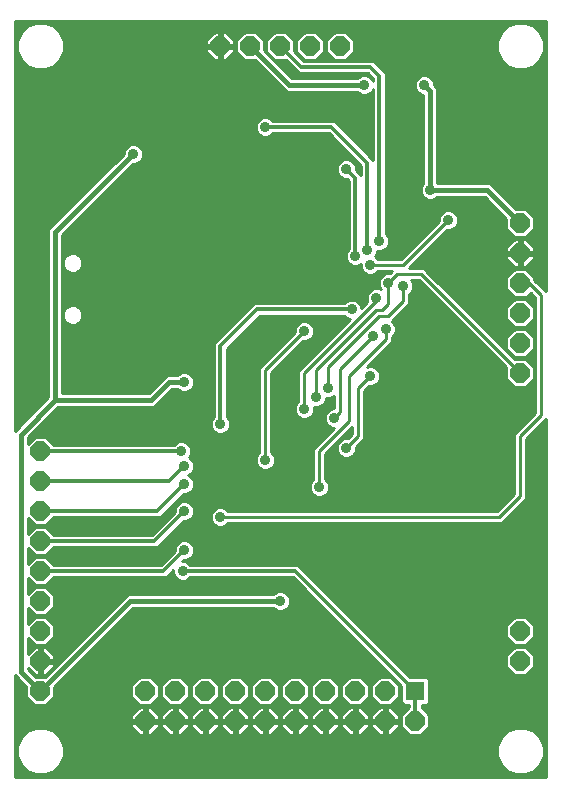
<source format=gbl>
G75*
G70*
%OFA0B0*%
%FSLAX24Y24*%
%IPPOS*%
%LPD*%
%AMOC8*
5,1,8,0,0,1.08239X$1,22.5*
%
%ADD10OC8,0.0640*%
%ADD11R,0.0640X0.0640*%
%ADD12C,0.0100*%
%ADD13C,0.0350*%
%ADD14C,0.0120*%
%ADD15C,0.0160*%
D10*
X001383Y003151D03*
X001383Y004151D03*
X001383Y005151D03*
X001383Y006151D03*
X001383Y007151D03*
X001383Y008151D03*
X001383Y009151D03*
X001383Y010151D03*
X001383Y011151D03*
X004883Y003151D03*
X004883Y002151D03*
X005883Y002151D03*
X005883Y003151D03*
X006883Y003151D03*
X006883Y002151D03*
X007883Y002151D03*
X007883Y003151D03*
X008883Y003151D03*
X008883Y002151D03*
X009883Y002151D03*
X009883Y003151D03*
X010883Y003151D03*
X010883Y002151D03*
X011883Y002151D03*
X011883Y003151D03*
X012883Y003151D03*
X012883Y002151D03*
X013883Y002151D03*
X017383Y004151D03*
X017383Y005151D03*
X017383Y013751D03*
X017383Y014751D03*
X017383Y015751D03*
X017383Y016751D03*
X017383Y017751D03*
X017383Y018751D03*
X011383Y024651D03*
X010383Y024651D03*
X009383Y024651D03*
X008383Y024651D03*
X007383Y024651D03*
D11*
X013883Y003151D03*
D12*
X000533Y003676D02*
X000533Y000301D01*
X018233Y000301D01*
X018233Y012218D01*
X018166Y012151D01*
X017583Y011568D01*
X017583Y009568D01*
X017466Y009451D01*
X016766Y008751D01*
X016600Y008751D01*
X007643Y008751D01*
X007567Y008676D01*
X007448Y008626D01*
X007318Y008626D01*
X007199Y008676D01*
X007107Y008767D01*
X007058Y008886D01*
X007058Y009016D01*
X007107Y009135D01*
X007199Y009227D01*
X007318Y009276D01*
X007448Y009276D01*
X007567Y009227D01*
X007643Y009151D01*
X016600Y009151D01*
X017183Y009734D01*
X017183Y011568D01*
X017183Y011734D01*
X017883Y012434D01*
X017883Y016268D01*
X017724Y016427D01*
X017578Y016281D01*
X017188Y016281D01*
X016913Y016556D01*
X016913Y016946D01*
X017188Y017221D01*
X017578Y017221D01*
X017853Y016946D01*
X017853Y016864D01*
X017883Y016834D01*
X018233Y016484D01*
X018233Y025493D01*
X000533Y025493D01*
X000533Y011826D01*
X001653Y012946D01*
X001653Y012946D01*
X001653Y018356D01*
X001653Y018546D01*
X004158Y021051D01*
X004158Y021116D01*
X004207Y021235D01*
X004299Y021327D01*
X004418Y021376D01*
X004548Y021376D01*
X004667Y021327D01*
X004758Y021235D01*
X004808Y021116D01*
X004808Y020986D01*
X004758Y020867D01*
X004667Y020776D01*
X004548Y020726D01*
X004483Y020726D01*
X002113Y018356D01*
X002113Y013081D01*
X004988Y013081D01*
X005588Y013681D01*
X005778Y013681D01*
X005953Y013681D01*
X005999Y013727D01*
X006118Y013776D01*
X006248Y013776D01*
X006367Y013727D01*
X006458Y013635D01*
X006508Y013516D01*
X006508Y013386D01*
X006458Y013267D01*
X006367Y013176D01*
X006248Y013126D01*
X006118Y013126D01*
X005999Y013176D01*
X005953Y013221D01*
X005778Y013221D01*
X005178Y012621D01*
X004988Y012621D01*
X001978Y012621D01*
X000963Y011606D01*
X000963Y011396D01*
X001188Y011621D01*
X001578Y011621D01*
X001838Y011361D01*
X005833Y011361D01*
X005899Y011427D01*
X006018Y011476D01*
X006148Y011476D01*
X006267Y011427D01*
X006358Y011335D01*
X006408Y011216D01*
X006408Y011086D01*
X006358Y010967D01*
X006332Y010941D01*
X006367Y010927D01*
X006458Y010835D01*
X006508Y010716D01*
X006508Y010586D01*
X006458Y010467D01*
X006367Y010376D01*
X006308Y010351D01*
X006367Y010327D01*
X006458Y010235D01*
X006508Y010116D01*
X006508Y009986D01*
X006458Y009867D01*
X006367Y009776D01*
X006248Y009726D01*
X006155Y009726D01*
X005493Y009064D01*
X005370Y008941D01*
X001838Y008941D01*
X001578Y008681D01*
X001188Y008681D01*
X000963Y008907D01*
X000963Y008396D01*
X001188Y008621D01*
X001578Y008621D01*
X001838Y008361D01*
X005096Y008361D01*
X005858Y009123D01*
X005858Y009216D01*
X005907Y009335D01*
X005999Y009427D01*
X006118Y009476D01*
X006248Y009476D01*
X006367Y009427D01*
X006458Y009335D01*
X006508Y009216D01*
X006508Y009086D01*
X006458Y008967D01*
X006367Y008876D01*
X006248Y008826D01*
X006155Y008826D01*
X005393Y008064D01*
X005270Y007941D01*
X001838Y007941D01*
X001578Y007681D01*
X001188Y007681D01*
X000963Y007907D01*
X000963Y007396D01*
X001188Y007621D01*
X001578Y007621D01*
X001838Y007361D01*
X005396Y007361D01*
X005858Y007823D01*
X005858Y007916D01*
X005907Y008035D01*
X005363Y008035D01*
X005462Y008133D02*
X006015Y008133D01*
X005999Y008127D02*
X005907Y008035D01*
X005866Y007936D02*
X001833Y007936D01*
X001734Y007838D02*
X005858Y007838D01*
X005774Y007739D02*
X001635Y007739D01*
X001657Y007542D02*
X005577Y007542D01*
X005675Y007640D02*
X000963Y007640D01*
X000963Y007542D02*
X001109Y007542D01*
X001011Y007443D02*
X000963Y007443D01*
X000963Y007739D02*
X001130Y007739D01*
X001032Y007838D02*
X000963Y007838D01*
X000963Y008429D02*
X000996Y008429D01*
X000963Y008527D02*
X001095Y008527D01*
X000963Y008626D02*
X005361Y008626D01*
X005459Y008724D02*
X001621Y008724D01*
X001719Y008823D02*
X005558Y008823D01*
X005656Y008922D02*
X001818Y008922D01*
X001671Y008527D02*
X005262Y008527D01*
X005164Y008429D02*
X001770Y008429D01*
X001145Y008724D02*
X000963Y008724D01*
X000963Y008823D02*
X001046Y008823D01*
X001755Y007443D02*
X005478Y007443D01*
X005808Y007179D02*
X005693Y007064D01*
X005570Y006941D01*
X001838Y006941D01*
X001578Y006681D01*
X001188Y006681D01*
X000963Y006907D01*
X000963Y006396D01*
X001188Y006621D01*
X001578Y006621D01*
X001853Y006346D01*
X001853Y005956D01*
X001578Y005681D01*
X001188Y005681D01*
X000963Y005907D01*
X000963Y005396D01*
X001188Y005621D01*
X001578Y005621D01*
X001853Y005346D01*
X001853Y004956D01*
X001578Y004681D01*
X001188Y004681D01*
X000963Y004907D01*
X000963Y004396D01*
X001188Y004621D01*
X001333Y004621D01*
X001333Y004201D01*
X001433Y004201D01*
X001853Y004201D01*
X001853Y004346D01*
X001578Y004621D01*
X001433Y004621D01*
X001433Y004201D01*
X001433Y004101D01*
X001433Y003681D01*
X001578Y003681D01*
X001853Y003956D01*
X001853Y004101D01*
X001433Y004101D01*
X001333Y004101D01*
X001333Y003681D01*
X001188Y003681D01*
X000963Y003907D01*
X000963Y003896D01*
X001238Y003621D01*
X001528Y003621D01*
X004288Y006381D01*
X004478Y006381D01*
X009153Y006381D01*
X009199Y006427D01*
X009318Y006476D01*
X009448Y006476D01*
X009567Y006427D01*
X009658Y006335D01*
X009708Y006216D01*
X009708Y006086D01*
X009658Y005967D01*
X009567Y005876D01*
X009448Y005826D01*
X009318Y005826D01*
X009199Y005876D01*
X009153Y005921D01*
X004478Y005921D01*
X001853Y003296D01*
X001853Y002956D01*
X001578Y002681D01*
X001188Y002681D01*
X000913Y002956D01*
X000913Y003296D01*
X000638Y003571D01*
X000533Y003676D01*
X000533Y003600D02*
X000609Y003600D01*
X000533Y003502D02*
X000707Y003502D01*
X000806Y003403D02*
X000533Y003403D01*
X000533Y003305D02*
X000904Y003305D01*
X000913Y003206D02*
X000533Y003206D01*
X000533Y003107D02*
X000913Y003107D01*
X000913Y003009D02*
X000533Y003009D01*
X000533Y002910D02*
X000959Y002910D01*
X001058Y002812D02*
X000533Y002812D01*
X000533Y002713D02*
X001156Y002713D01*
X001610Y002713D02*
X004656Y002713D01*
X004688Y002681D02*
X005078Y002681D01*
X005353Y002956D01*
X005353Y003346D01*
X005078Y003621D01*
X004688Y003621D01*
X004413Y003346D01*
X004413Y002956D01*
X004688Y002681D01*
X004688Y002621D02*
X004413Y002346D01*
X004413Y002201D01*
X004833Y002201D01*
X004833Y002101D01*
X004933Y002101D01*
X004933Y001681D01*
X005078Y001681D01*
X005353Y001956D01*
X005353Y002101D01*
X004933Y002101D01*
X004933Y002201D01*
X005353Y002201D01*
X005353Y002346D01*
X005078Y002621D01*
X004933Y002621D01*
X004933Y002201D01*
X004833Y002201D01*
X004833Y002621D01*
X004688Y002621D01*
X004682Y002615D02*
X000533Y002615D01*
X000533Y002516D02*
X004583Y002516D01*
X004485Y002418D02*
X000533Y002418D01*
X000533Y002319D02*
X004413Y002319D01*
X004413Y002221D02*
X000533Y002221D01*
X000533Y002122D02*
X004833Y002122D01*
X004833Y002101D02*
X004413Y002101D01*
X004413Y001956D01*
X004688Y001681D01*
X004833Y001681D01*
X004833Y002101D01*
X004833Y002024D02*
X004933Y002024D01*
X004933Y002122D02*
X005833Y002122D01*
X005833Y002101D02*
X005413Y002101D01*
X005413Y001956D01*
X005688Y001681D01*
X005833Y001681D01*
X005833Y002101D01*
X005933Y002101D01*
X005933Y001681D01*
X006078Y001681D01*
X006353Y001956D01*
X006353Y002101D01*
X005933Y002101D01*
X005933Y002201D01*
X006353Y002201D01*
X006353Y002346D01*
X006078Y002621D01*
X005933Y002621D01*
X005933Y002201D01*
X005833Y002201D01*
X005833Y002101D01*
X005833Y002024D02*
X005933Y002024D01*
X005933Y002122D02*
X006833Y002122D01*
X006833Y002101D02*
X006413Y002101D01*
X006413Y001956D01*
X006688Y001681D01*
X006833Y001681D01*
X006833Y002101D01*
X006933Y002101D01*
X006933Y001681D01*
X007078Y001681D01*
X007353Y001956D01*
X007353Y002101D01*
X006933Y002101D01*
X006933Y002201D01*
X007353Y002201D01*
X007353Y002346D01*
X007078Y002621D01*
X006933Y002621D01*
X006933Y002201D01*
X006833Y002201D01*
X006833Y002101D01*
X006833Y002024D02*
X006933Y002024D01*
X006933Y002122D02*
X007833Y002122D01*
X007833Y002101D02*
X007413Y002101D01*
X007413Y001956D01*
X007688Y001681D01*
X007833Y001681D01*
X007833Y002101D01*
X007933Y002101D01*
X007933Y001681D01*
X008078Y001681D01*
X008353Y001956D01*
X008353Y002101D01*
X007933Y002101D01*
X007933Y002201D01*
X008353Y002201D01*
X008353Y002346D01*
X008078Y002621D01*
X007933Y002621D01*
X007933Y002201D01*
X007833Y002201D01*
X007833Y002101D01*
X007833Y002024D02*
X007933Y002024D01*
X007933Y002122D02*
X008833Y002122D01*
X008833Y002101D02*
X008413Y002101D01*
X008413Y001956D01*
X008688Y001681D01*
X008833Y001681D01*
X008833Y002101D01*
X008933Y002101D01*
X008933Y001681D01*
X009078Y001681D01*
X009353Y001956D01*
X009353Y002101D01*
X008933Y002101D01*
X008933Y002201D01*
X009353Y002201D01*
X009353Y002346D01*
X009078Y002621D01*
X008933Y002621D01*
X008933Y002201D01*
X008833Y002201D01*
X008833Y002101D01*
X008833Y002024D02*
X008933Y002024D01*
X008933Y002122D02*
X009833Y002122D01*
X009833Y002101D02*
X009413Y002101D01*
X009413Y001956D01*
X009688Y001681D01*
X009833Y001681D01*
X009833Y002101D01*
X009933Y002101D01*
X009933Y001681D01*
X010078Y001681D01*
X010353Y001956D01*
X010353Y002101D01*
X009933Y002101D01*
X009933Y002201D01*
X010353Y002201D01*
X010353Y002346D01*
X010078Y002621D01*
X009933Y002621D01*
X009933Y002201D01*
X009833Y002201D01*
X009833Y002101D01*
X009833Y002024D02*
X009933Y002024D01*
X009933Y002122D02*
X010833Y002122D01*
X010833Y002101D02*
X010413Y002101D01*
X010413Y001956D01*
X010688Y001681D01*
X010833Y001681D01*
X010833Y002101D01*
X010933Y002101D01*
X010933Y001681D01*
X011078Y001681D01*
X011353Y001956D01*
X011353Y002101D01*
X010933Y002101D01*
X010933Y002201D01*
X011353Y002201D01*
X011353Y002346D01*
X011078Y002621D01*
X010933Y002621D01*
X010933Y002201D01*
X010833Y002201D01*
X010833Y002101D01*
X010833Y002024D02*
X010933Y002024D01*
X010933Y002122D02*
X011833Y002122D01*
X011833Y002101D02*
X011413Y002101D01*
X011413Y001956D01*
X011688Y001681D01*
X011833Y001681D01*
X011833Y002101D01*
X011933Y002101D01*
X011933Y001681D01*
X012078Y001681D01*
X012353Y001956D01*
X012353Y002101D01*
X011933Y002101D01*
X011933Y002201D01*
X012353Y002201D01*
X012353Y002346D01*
X012078Y002621D01*
X011933Y002621D01*
X011933Y002201D01*
X011833Y002201D01*
X011833Y002101D01*
X011833Y002024D02*
X011933Y002024D01*
X011933Y002122D02*
X012833Y002122D01*
X012833Y002101D02*
X012413Y002101D01*
X012413Y001956D01*
X012688Y001681D01*
X012833Y001681D01*
X012833Y002101D01*
X012933Y002101D01*
X012933Y001681D01*
X013078Y001681D01*
X013353Y001956D01*
X013353Y002101D01*
X012933Y002101D01*
X012933Y002201D01*
X013353Y002201D01*
X013353Y002346D01*
X013078Y002621D01*
X012933Y002621D01*
X012933Y002201D01*
X012833Y002201D01*
X012833Y002101D01*
X012833Y002024D02*
X012933Y002024D01*
X012933Y002122D02*
X013413Y002122D01*
X013413Y002024D02*
X013353Y002024D01*
X013413Y001956D02*
X013688Y001681D01*
X014078Y001681D01*
X014353Y001956D01*
X014353Y002346D01*
X014093Y002606D01*
X014093Y002681D01*
X014265Y002681D01*
X014353Y002769D01*
X014353Y003533D01*
X014265Y003621D01*
X013710Y003621D01*
X009970Y007361D01*
X009796Y007361D01*
X006383Y007361D01*
X006317Y007427D01*
X006198Y007476D01*
X006105Y007476D01*
X006155Y007526D01*
X006248Y007526D01*
X006367Y007576D01*
X006458Y007667D01*
X006508Y007786D01*
X006508Y007916D01*
X006458Y008035D01*
X006367Y008127D01*
X006248Y008176D01*
X006118Y008176D01*
X005999Y008127D01*
X005758Y008429D02*
X018233Y008429D01*
X018233Y008527D02*
X005856Y008527D01*
X005955Y008626D02*
X018233Y008626D01*
X018233Y008724D02*
X007616Y008724D01*
X007383Y008951D02*
X016683Y008951D01*
X017383Y009651D01*
X017383Y011651D01*
X018083Y012351D01*
X018083Y016351D01*
X017683Y016751D01*
X017383Y016751D01*
X017059Y016411D02*
X015006Y016411D01*
X014908Y016509D02*
X016960Y016509D01*
X016913Y016608D02*
X014809Y016608D01*
X014710Y016706D02*
X016913Y016706D01*
X016913Y016805D02*
X014612Y016805D01*
X014513Y016904D02*
X016913Y016904D01*
X016969Y017002D02*
X014415Y017002D01*
X014316Y017101D02*
X017068Y017101D01*
X017166Y017199D02*
X014218Y017199D01*
X014166Y017251D02*
X013666Y017251D01*
X013683Y017268D01*
X014941Y018526D01*
X015048Y018526D01*
X015167Y018576D01*
X015258Y018667D01*
X015308Y018786D01*
X015308Y018916D01*
X015258Y019035D01*
X015167Y019127D01*
X015048Y019176D01*
X014918Y019176D01*
X014799Y019127D01*
X014707Y019035D01*
X014658Y018916D01*
X014658Y018809D01*
X013400Y017551D01*
X012643Y017551D01*
X012567Y017627D01*
X012532Y017641D01*
X012558Y017667D01*
X012608Y017786D01*
X012608Y017830D01*
X012618Y017826D01*
X012748Y017826D01*
X012867Y017876D01*
X012958Y017967D01*
X013008Y018086D01*
X013935Y018086D01*
X013836Y017988D02*
X012967Y017988D01*
X013008Y018086D02*
X013008Y018216D01*
X012958Y018335D01*
X012893Y018401D01*
X012893Y023564D01*
X012893Y023738D01*
X012593Y024038D01*
X012470Y024161D01*
X010170Y024161D01*
X009853Y024478D01*
X009853Y024846D01*
X009578Y025121D01*
X009188Y025121D01*
X008913Y024846D01*
X008913Y024456D01*
X009188Y024181D01*
X009556Y024181D01*
X009996Y023741D01*
X010170Y023741D01*
X012296Y023741D01*
X012473Y023564D01*
X012473Y023500D01*
X012458Y023535D01*
X012367Y023627D01*
X012248Y023676D01*
X012118Y023676D01*
X011999Y023627D01*
X011953Y023581D01*
X009778Y023581D01*
X008853Y024506D01*
X008853Y024846D01*
X008578Y025121D01*
X008188Y025121D01*
X007913Y024846D01*
X007913Y024456D01*
X008188Y024181D01*
X008528Y024181D01*
X009588Y023121D01*
X009778Y023121D01*
X011953Y023121D01*
X011999Y023076D01*
X012118Y023026D01*
X012248Y023026D01*
X012367Y023076D01*
X012458Y023167D01*
X012473Y023202D01*
X012473Y020858D01*
X011293Y022038D01*
X011170Y022161D01*
X009133Y022161D01*
X009067Y022227D01*
X008948Y022276D01*
X008818Y022276D01*
X008699Y022227D01*
X008607Y022135D01*
X008558Y022016D01*
X008558Y021886D01*
X008607Y021767D01*
X008699Y021676D01*
X008818Y021626D01*
X008948Y021626D01*
X009067Y021676D01*
X009133Y021741D01*
X010996Y021741D01*
X012073Y020664D01*
X012073Y020358D01*
X011908Y020523D01*
X011908Y020616D01*
X011858Y020735D01*
X011767Y020827D01*
X011648Y020876D01*
X011518Y020876D01*
X011399Y020827D01*
X011307Y020735D01*
X011258Y020616D01*
X011258Y020486D01*
X011307Y020367D01*
X011399Y020276D01*
X011518Y020226D01*
X011611Y020226D01*
X011673Y020164D01*
X011673Y017901D01*
X011607Y017835D01*
X011558Y017716D01*
X011558Y017586D01*
X011607Y017467D01*
X011699Y017376D01*
X011818Y017326D01*
X011948Y017326D01*
X012058Y017372D01*
X012058Y017286D01*
X012107Y017167D01*
X012199Y017076D01*
X012318Y017026D01*
X012448Y017026D01*
X012567Y017076D01*
X012643Y017151D01*
X013100Y017151D01*
X013025Y017076D01*
X012918Y017076D01*
X012799Y017027D01*
X012707Y016935D01*
X012658Y016816D01*
X012658Y016686D01*
X012707Y016567D01*
X012734Y016540D01*
X012648Y016576D01*
X012518Y016576D01*
X012399Y016527D01*
X012307Y016435D01*
X012258Y016316D01*
X012258Y016186D01*
X012281Y016132D01*
X012083Y015934D01*
X012083Y015941D01*
X012033Y016060D01*
X011942Y016152D01*
X011823Y016201D01*
X011693Y016201D01*
X011574Y016152D01*
X011508Y016086D01*
X008695Y016086D01*
X008521Y016086D01*
X007173Y014738D01*
X007173Y014564D01*
X007173Y012301D01*
X007107Y012235D01*
X007058Y012116D01*
X007058Y011986D01*
X007107Y011867D01*
X007199Y011776D01*
X007318Y011726D01*
X007448Y011726D01*
X007567Y011776D01*
X007658Y011867D01*
X007708Y011986D01*
X007708Y012116D01*
X007658Y012235D01*
X007593Y012301D01*
X007593Y014564D01*
X008695Y015666D01*
X011508Y015666D01*
X011574Y015601D01*
X011693Y015551D01*
X011700Y015551D01*
X009983Y013834D01*
X009983Y013668D01*
X009983Y012811D01*
X009907Y012735D01*
X009858Y012616D01*
X009858Y012486D01*
X009907Y012367D01*
X009999Y012276D01*
X010118Y012226D01*
X010248Y012226D01*
X010367Y012276D01*
X010458Y012367D01*
X010508Y012486D01*
X010508Y012616D01*
X010501Y012634D01*
X010518Y012626D01*
X010648Y012626D01*
X010767Y012676D01*
X010858Y012767D01*
X010908Y012886D01*
X010908Y012931D01*
X010918Y012926D01*
X011048Y012926D01*
X011167Y012976D01*
X011183Y012992D01*
X011183Y012576D01*
X011118Y012576D01*
X010999Y012527D01*
X010907Y012435D01*
X010858Y012316D01*
X010858Y012186D01*
X010907Y012067D01*
X010999Y011976D01*
X011118Y011926D01*
X011175Y011926D01*
X010600Y011351D01*
X010483Y011234D01*
X010483Y010211D01*
X010407Y010135D01*
X010358Y010016D01*
X010358Y009886D01*
X010407Y009767D01*
X010499Y009676D01*
X010618Y009626D01*
X010748Y009626D01*
X010867Y009676D01*
X010958Y009767D01*
X011008Y009886D01*
X011008Y010016D01*
X010958Y010135D01*
X010883Y010211D01*
X010883Y011068D01*
X011783Y011968D01*
X011783Y011734D01*
X011625Y011576D01*
X011518Y011576D01*
X011399Y011527D01*
X011307Y011435D01*
X011258Y011316D01*
X011258Y011186D01*
X011307Y011067D01*
X011399Y010976D01*
X011518Y010926D01*
X011648Y010926D01*
X011767Y010976D01*
X011858Y011067D01*
X011908Y011186D01*
X011908Y011293D01*
X012066Y011451D01*
X012183Y011568D01*
X012183Y013168D01*
X012341Y013326D01*
X012448Y013326D01*
X012567Y013376D01*
X012658Y013467D01*
X012708Y013586D01*
X012708Y013716D01*
X012658Y013835D01*
X012567Y013927D01*
X012448Y013976D01*
X012318Y013976D01*
X012271Y013957D01*
X013103Y014788D01*
X013103Y014952D01*
X013178Y015027D01*
X013228Y015146D01*
X013228Y015276D01*
X013178Y015395D01*
X013094Y015480D01*
X013183Y015568D01*
X013683Y016068D01*
X013683Y016234D01*
X013683Y016392D01*
X013758Y016467D01*
X013808Y016586D01*
X013808Y016716D01*
X013758Y016835D01*
X013743Y016851D01*
X014000Y016851D01*
X016913Y013938D01*
X016913Y013556D01*
X017188Y013281D01*
X017578Y013281D01*
X017853Y013556D01*
X017853Y013946D01*
X017578Y014221D01*
X017196Y014221D01*
X014283Y017134D01*
X014166Y017251D01*
X014283Y017134D02*
X014283Y017134D01*
X014083Y017051D02*
X013283Y017051D01*
X012983Y016751D01*
X012983Y016051D01*
X012783Y015851D01*
X012583Y015851D01*
X010583Y013851D01*
X010583Y012951D01*
X010744Y012666D02*
X011183Y012666D01*
X011183Y012765D02*
X010856Y012765D01*
X010898Y012863D02*
X011183Y012863D01*
X011183Y012962D02*
X011134Y012962D01*
X010983Y013251D02*
X010983Y013951D01*
X012683Y015651D01*
X012983Y015651D01*
X013483Y016151D01*
X013483Y016651D01*
X013702Y016411D02*
X014441Y016411D01*
X014539Y016312D02*
X013683Y016312D01*
X013683Y016214D02*
X014638Y016214D01*
X014736Y016115D02*
X013683Y016115D01*
X013631Y016017D02*
X014835Y016017D01*
X014933Y015918D02*
X013533Y015918D01*
X013434Y015820D02*
X015032Y015820D01*
X015130Y015721D02*
X013336Y015721D01*
X013237Y015622D02*
X015229Y015622D01*
X015327Y015524D02*
X013139Y015524D01*
X013148Y015425D02*
X015426Y015425D01*
X015524Y015327D02*
X013207Y015327D01*
X013228Y015228D02*
X015623Y015228D01*
X015722Y015130D02*
X013221Y015130D01*
X013180Y015031D02*
X015820Y015031D01*
X015919Y014933D02*
X013103Y014933D01*
X013103Y014834D02*
X016017Y014834D01*
X016116Y014736D02*
X013050Y014736D01*
X012952Y014637D02*
X016214Y014637D01*
X016313Y014539D02*
X012853Y014539D01*
X012755Y014440D02*
X016411Y014440D01*
X016510Y014341D02*
X012656Y014341D01*
X012557Y014243D02*
X016608Y014243D01*
X016707Y014144D02*
X012459Y014144D01*
X012360Y014046D02*
X016806Y014046D01*
X016904Y013947D02*
X012517Y013947D01*
X012645Y013849D02*
X016913Y013849D01*
X016913Y013750D02*
X012694Y013750D01*
X012708Y013652D02*
X016913Y013652D01*
X016916Y013553D02*
X012694Y013553D01*
X012646Y013455D02*
X017015Y013455D01*
X017114Y013356D02*
X012520Y013356D01*
X012272Y013257D02*
X017883Y013257D01*
X017883Y013159D02*
X012183Y013159D01*
X012183Y013060D02*
X017883Y013060D01*
X017883Y012962D02*
X012183Y012962D01*
X012183Y012863D02*
X017883Y012863D01*
X017883Y012765D02*
X012183Y012765D01*
X012183Y012666D02*
X017883Y012666D01*
X017883Y012568D02*
X012183Y012568D01*
X012183Y012469D02*
X017883Y012469D01*
X017820Y012371D02*
X012183Y012371D01*
X012183Y012272D02*
X017721Y012272D01*
X017622Y012173D02*
X012183Y012173D01*
X012183Y012075D02*
X017524Y012075D01*
X017425Y011976D02*
X012183Y011976D01*
X012183Y011878D02*
X017327Y011878D01*
X017228Y011779D02*
X012183Y011779D01*
X012183Y011681D02*
X017183Y011681D01*
X017183Y011582D02*
X012183Y011582D01*
X012098Y011484D02*
X017183Y011484D01*
X017183Y011385D02*
X012000Y011385D01*
X011908Y011287D02*
X017183Y011287D01*
X017183Y011188D02*
X011908Y011188D01*
X011868Y011089D02*
X017183Y011089D01*
X017183Y010991D02*
X011782Y010991D01*
X011583Y011251D02*
X011983Y011651D01*
X011983Y013251D01*
X012383Y013651D01*
X011683Y013651D02*
X011683Y012151D01*
X010683Y011151D01*
X010683Y009951D01*
X010901Y009710D02*
X017159Y009710D01*
X017183Y009808D02*
X010976Y009808D01*
X011008Y009907D02*
X017183Y009907D01*
X017183Y010006D02*
X011008Y010006D01*
X010971Y010104D02*
X017183Y010104D01*
X017183Y010203D02*
X010891Y010203D01*
X010883Y010301D02*
X017183Y010301D01*
X017183Y010400D02*
X010883Y010400D01*
X010883Y010498D02*
X017183Y010498D01*
X017183Y010597D02*
X010883Y010597D01*
X010883Y010695D02*
X017183Y010695D01*
X017183Y010794D02*
X010883Y010794D01*
X010883Y010892D02*
X017183Y010892D01*
X017583Y010892D02*
X018233Y010892D01*
X018233Y010794D02*
X017583Y010794D01*
X017583Y010695D02*
X018233Y010695D01*
X018233Y010597D02*
X017583Y010597D01*
X017583Y010498D02*
X018233Y010498D01*
X018233Y010400D02*
X017583Y010400D01*
X017583Y010301D02*
X018233Y010301D01*
X018233Y010203D02*
X017583Y010203D01*
X017583Y010104D02*
X018233Y010104D01*
X018233Y010006D02*
X017583Y010006D01*
X017583Y009907D02*
X018233Y009907D01*
X018233Y009808D02*
X017583Y009808D01*
X017583Y009710D02*
X018233Y009710D01*
X018233Y009611D02*
X017583Y009611D01*
X017527Y009513D02*
X018233Y009513D01*
X018233Y009414D02*
X017429Y009414D01*
X017330Y009316D02*
X018233Y009316D01*
X018233Y009217D02*
X017232Y009217D01*
X017133Y009119D02*
X018233Y009119D01*
X018233Y009020D02*
X017035Y009020D01*
X016936Y008922D02*
X018233Y008922D01*
X018233Y008823D02*
X016838Y008823D01*
X016666Y009217D02*
X007577Y009217D01*
X007189Y009217D02*
X006507Y009217D01*
X006508Y009119D02*
X007101Y009119D01*
X007060Y009020D02*
X006480Y009020D01*
X006413Y008922D02*
X007058Y008922D01*
X007084Y008823D02*
X006152Y008823D01*
X006053Y008724D02*
X007150Y008724D01*
X006500Y007936D02*
X018233Y007936D01*
X018233Y007838D02*
X006508Y007838D01*
X006488Y007739D02*
X018233Y007739D01*
X018233Y007640D02*
X006432Y007640D01*
X006286Y007542D02*
X018233Y007542D01*
X018233Y007443D02*
X006277Y007443D01*
X006383Y006941D02*
X009796Y006941D01*
X013413Y003324D01*
X013413Y002769D01*
X013501Y002681D01*
X013673Y002681D01*
X013673Y002606D01*
X013413Y002346D01*
X013413Y001956D01*
X013445Y001925D02*
X013321Y001925D01*
X013223Y001826D02*
X013543Y001826D01*
X013642Y001728D02*
X013124Y001728D01*
X012933Y001728D02*
X012833Y001728D01*
X012833Y001826D02*
X012933Y001826D01*
X012933Y001925D02*
X012833Y001925D01*
X012642Y001728D02*
X012124Y001728D01*
X012223Y001826D02*
X012543Y001826D01*
X012445Y001925D02*
X012321Y001925D01*
X012353Y002024D02*
X012413Y002024D01*
X012413Y002201D02*
X012833Y002201D01*
X012833Y002621D01*
X012688Y002621D01*
X012413Y002346D01*
X012413Y002201D01*
X012413Y002221D02*
X012353Y002221D01*
X012353Y002319D02*
X012413Y002319D01*
X012485Y002418D02*
X012281Y002418D01*
X012183Y002516D02*
X012583Y002516D01*
X012682Y002615D02*
X012084Y002615D01*
X012078Y002681D02*
X012353Y002956D01*
X012353Y003346D01*
X012078Y003621D01*
X011688Y003621D01*
X011413Y003346D01*
X011413Y002956D01*
X011688Y002681D01*
X012078Y002681D01*
X012110Y002713D02*
X012656Y002713D01*
X012688Y002681D02*
X013078Y002681D01*
X013353Y002956D01*
X013353Y003346D01*
X013078Y003621D01*
X012688Y003621D01*
X012413Y003346D01*
X012413Y002956D01*
X012688Y002681D01*
X012833Y002615D02*
X012933Y002615D01*
X012933Y002516D02*
X012833Y002516D01*
X012833Y002418D02*
X012933Y002418D01*
X012933Y002319D02*
X012833Y002319D01*
X012833Y002221D02*
X012933Y002221D01*
X013183Y002516D02*
X013583Y002516D01*
X013673Y002615D02*
X013084Y002615D01*
X013110Y002713D02*
X013469Y002713D01*
X013413Y002812D02*
X013208Y002812D01*
X013307Y002910D02*
X013413Y002910D01*
X013413Y003009D02*
X013353Y003009D01*
X013353Y003107D02*
X013413Y003107D01*
X013413Y003206D02*
X013353Y003206D01*
X013353Y003305D02*
X013413Y003305D01*
X013334Y003403D02*
X013296Y003403D01*
X013236Y003502D02*
X013197Y003502D01*
X013137Y003600D02*
X013099Y003600D01*
X013038Y003699D02*
X002256Y003699D01*
X002354Y003797D02*
X012940Y003797D01*
X012841Y003896D02*
X002453Y003896D01*
X002551Y003994D02*
X012743Y003994D01*
X012644Y004093D02*
X002650Y004093D01*
X002749Y004191D02*
X012546Y004191D01*
X012447Y004290D02*
X002847Y004290D01*
X002946Y004389D02*
X012349Y004389D01*
X012250Y004487D02*
X003044Y004487D01*
X003143Y004586D02*
X012152Y004586D01*
X012053Y004684D02*
X003241Y004684D01*
X003340Y004783D02*
X011954Y004783D01*
X011856Y004881D02*
X003438Y004881D01*
X003537Y004980D02*
X011757Y004980D01*
X011659Y005078D02*
X003635Y005078D01*
X003734Y005177D02*
X011560Y005177D01*
X011462Y005275D02*
X003832Y005275D01*
X003931Y005374D02*
X011363Y005374D01*
X011265Y005473D02*
X004030Y005473D01*
X004128Y005571D02*
X011166Y005571D01*
X011068Y005670D02*
X004227Y005670D01*
X004325Y005768D02*
X010969Y005768D01*
X010870Y005867D02*
X009545Y005867D01*
X009657Y005965D02*
X010772Y005965D01*
X010673Y006064D02*
X009699Y006064D01*
X009708Y006162D02*
X010575Y006162D01*
X010476Y006261D02*
X009689Y006261D01*
X009634Y006359D02*
X010378Y006359D01*
X010279Y006458D02*
X009492Y006458D01*
X009274Y006458D02*
X001741Y006458D01*
X001839Y006359D02*
X004266Y006359D01*
X004167Y006261D02*
X001853Y006261D01*
X001853Y006162D02*
X004069Y006162D01*
X003970Y006064D02*
X001853Y006064D01*
X001853Y005965D02*
X003872Y005965D01*
X003773Y005867D02*
X001763Y005867D01*
X001665Y005768D02*
X003675Y005768D01*
X003576Y005670D02*
X000963Y005670D01*
X000963Y005768D02*
X001101Y005768D01*
X001003Y005867D02*
X000963Y005867D01*
X000963Y005571D02*
X001138Y005571D01*
X001040Y005473D02*
X000963Y005473D01*
X000963Y004881D02*
X000988Y004881D01*
X000963Y004783D02*
X001087Y004783D01*
X001185Y004684D02*
X000963Y004684D01*
X000963Y004586D02*
X001153Y004586D01*
X001054Y004487D02*
X000963Y004487D01*
X001333Y004487D02*
X001433Y004487D01*
X001433Y004389D02*
X001333Y004389D01*
X001333Y004290D02*
X001433Y004290D01*
X001433Y004191D02*
X002098Y004191D01*
X001999Y004093D02*
X001853Y004093D01*
X001853Y003994D02*
X001901Y003994D01*
X001802Y003896D02*
X001792Y003896D01*
X001704Y003797D02*
X001694Y003797D01*
X001605Y003699D02*
X001595Y003699D01*
X001433Y003699D02*
X001333Y003699D01*
X001333Y003797D02*
X001433Y003797D01*
X001433Y003896D02*
X001333Y003896D01*
X001333Y003994D02*
X001433Y003994D01*
X001433Y004093D02*
X001333Y004093D01*
X001171Y003699D02*
X001161Y003699D01*
X001072Y003797D02*
X001062Y003797D01*
X000974Y003896D02*
X000964Y003896D01*
X001333Y004586D02*
X001433Y004586D01*
X001581Y004684D02*
X002591Y004684D01*
X002689Y004783D02*
X001679Y004783D01*
X001778Y004881D02*
X002788Y004881D01*
X002886Y004980D02*
X001853Y004980D01*
X001853Y005078D02*
X002985Y005078D01*
X003083Y005177D02*
X001853Y005177D01*
X001853Y005275D02*
X003182Y005275D01*
X003281Y005374D02*
X001825Y005374D01*
X001726Y005473D02*
X003379Y005473D01*
X003478Y005571D02*
X001628Y005571D01*
X001613Y004586D02*
X002492Y004586D01*
X002394Y004487D02*
X001712Y004487D01*
X001810Y004389D02*
X002295Y004389D01*
X002197Y004290D02*
X001853Y004290D01*
X002157Y003600D02*
X004667Y003600D01*
X004569Y003502D02*
X002059Y003502D01*
X001960Y003403D02*
X004470Y003403D01*
X004413Y003305D02*
X001862Y003305D01*
X001853Y003206D02*
X004413Y003206D01*
X004413Y003107D02*
X001853Y003107D01*
X001853Y003009D02*
X004413Y003009D01*
X004459Y002910D02*
X001807Y002910D01*
X001708Y002812D02*
X004558Y002812D01*
X004833Y002615D02*
X004933Y002615D01*
X004933Y002516D02*
X004833Y002516D01*
X004833Y002418D02*
X004933Y002418D01*
X004933Y002319D02*
X004833Y002319D01*
X004833Y002221D02*
X004933Y002221D01*
X004933Y001925D02*
X004833Y001925D01*
X004833Y001826D02*
X004933Y001826D01*
X004933Y001728D02*
X004833Y001728D01*
X004642Y001728D02*
X001909Y001728D01*
X001825Y001812D02*
X001538Y001931D01*
X001228Y001931D01*
X000941Y001812D01*
X000722Y001593D01*
X000603Y001306D01*
X000603Y000996D01*
X000722Y000709D01*
X000941Y000490D01*
X001228Y000371D01*
X001538Y000371D01*
X001825Y000490D01*
X002044Y000709D01*
X002163Y000996D01*
X002163Y001306D01*
X002044Y001593D01*
X001825Y001812D01*
X001791Y001826D02*
X004543Y001826D01*
X004445Y001925D02*
X001553Y001925D01*
X001213Y001925D02*
X000533Y001925D01*
X000533Y002024D02*
X004413Y002024D01*
X005124Y001728D02*
X005642Y001728D01*
X005543Y001826D02*
X005223Y001826D01*
X005321Y001925D02*
X005445Y001925D01*
X005413Y002024D02*
X005353Y002024D01*
X005413Y002201D02*
X005833Y002201D01*
X005833Y002621D01*
X005688Y002621D01*
X005413Y002346D01*
X005413Y002201D01*
X005413Y002221D02*
X005353Y002221D01*
X005353Y002319D02*
X005413Y002319D01*
X005485Y002418D02*
X005281Y002418D01*
X005183Y002516D02*
X005583Y002516D01*
X005682Y002615D02*
X005084Y002615D01*
X005110Y002713D02*
X005656Y002713D01*
X005688Y002681D02*
X006078Y002681D01*
X006353Y002956D01*
X006353Y003346D01*
X006078Y003621D01*
X005688Y003621D01*
X005413Y003346D01*
X005413Y002956D01*
X005688Y002681D01*
X005833Y002615D02*
X005933Y002615D01*
X005933Y002516D02*
X005833Y002516D01*
X005833Y002418D02*
X005933Y002418D01*
X005933Y002319D02*
X005833Y002319D01*
X005833Y002221D02*
X005933Y002221D01*
X005933Y001925D02*
X005833Y001925D01*
X005833Y001826D02*
X005933Y001826D01*
X005933Y001728D02*
X005833Y001728D01*
X006124Y001728D02*
X006642Y001728D01*
X006543Y001826D02*
X006223Y001826D01*
X006321Y001925D02*
X006445Y001925D01*
X006413Y002024D02*
X006353Y002024D01*
X006413Y002201D02*
X006833Y002201D01*
X006833Y002621D01*
X006688Y002621D01*
X006413Y002346D01*
X006413Y002201D01*
X006413Y002221D02*
X006353Y002221D01*
X006353Y002319D02*
X006413Y002319D01*
X006485Y002418D02*
X006281Y002418D01*
X006183Y002516D02*
X006583Y002516D01*
X006682Y002615D02*
X006084Y002615D01*
X006110Y002713D02*
X006656Y002713D01*
X006688Y002681D02*
X006413Y002956D01*
X006413Y003346D01*
X006688Y003621D01*
X007078Y003621D01*
X007353Y003346D01*
X007353Y002956D01*
X007078Y002681D01*
X006688Y002681D01*
X006833Y002615D02*
X006933Y002615D01*
X006933Y002516D02*
X006833Y002516D01*
X006833Y002418D02*
X006933Y002418D01*
X006933Y002319D02*
X006833Y002319D01*
X006833Y002221D02*
X006933Y002221D01*
X006933Y001925D02*
X006833Y001925D01*
X006833Y001826D02*
X006933Y001826D01*
X006933Y001728D02*
X006833Y001728D01*
X007124Y001728D02*
X007642Y001728D01*
X007543Y001826D02*
X007223Y001826D01*
X007321Y001925D02*
X007445Y001925D01*
X007413Y002024D02*
X007353Y002024D01*
X007413Y002201D02*
X007833Y002201D01*
X007833Y002621D01*
X007688Y002621D01*
X007413Y002346D01*
X007413Y002201D01*
X007413Y002221D02*
X007353Y002221D01*
X007353Y002319D02*
X007413Y002319D01*
X007485Y002418D02*
X007281Y002418D01*
X007183Y002516D02*
X007583Y002516D01*
X007682Y002615D02*
X007084Y002615D01*
X007110Y002713D02*
X007656Y002713D01*
X007688Y002681D02*
X008078Y002681D01*
X008353Y002956D01*
X008353Y003346D01*
X008078Y003621D01*
X007688Y003621D01*
X007413Y003346D01*
X007413Y002956D01*
X007688Y002681D01*
X007833Y002615D02*
X007933Y002615D01*
X007933Y002516D02*
X007833Y002516D01*
X007833Y002418D02*
X007933Y002418D01*
X007933Y002319D02*
X007833Y002319D01*
X007833Y002221D02*
X007933Y002221D01*
X007933Y001925D02*
X007833Y001925D01*
X007833Y001826D02*
X007933Y001826D01*
X007933Y001728D02*
X007833Y001728D01*
X008124Y001728D02*
X008642Y001728D01*
X008543Y001826D02*
X008223Y001826D01*
X008321Y001925D02*
X008445Y001925D01*
X008413Y002024D02*
X008353Y002024D01*
X008413Y002201D02*
X008833Y002201D01*
X008833Y002621D01*
X008688Y002621D01*
X008413Y002346D01*
X008413Y002201D01*
X008413Y002221D02*
X008353Y002221D01*
X008353Y002319D02*
X008413Y002319D01*
X008485Y002418D02*
X008281Y002418D01*
X008183Y002516D02*
X008583Y002516D01*
X008682Y002615D02*
X008084Y002615D01*
X008110Y002713D02*
X008656Y002713D01*
X008688Y002681D02*
X009078Y002681D01*
X009353Y002956D01*
X009353Y003346D01*
X009078Y003621D01*
X008688Y003621D01*
X008413Y003346D01*
X008413Y002956D01*
X008688Y002681D01*
X008833Y002615D02*
X008933Y002615D01*
X008933Y002516D02*
X008833Y002516D01*
X008833Y002418D02*
X008933Y002418D01*
X008933Y002319D02*
X008833Y002319D01*
X008833Y002221D02*
X008933Y002221D01*
X008933Y001925D02*
X008833Y001925D01*
X008833Y001826D02*
X008933Y001826D01*
X008933Y001728D02*
X008833Y001728D01*
X009124Y001728D02*
X009642Y001728D01*
X009543Y001826D02*
X009223Y001826D01*
X009321Y001925D02*
X009445Y001925D01*
X009413Y002024D02*
X009353Y002024D01*
X009413Y002201D02*
X009833Y002201D01*
X009833Y002621D01*
X009688Y002621D01*
X009413Y002346D01*
X009413Y002201D01*
X009413Y002221D02*
X009353Y002221D01*
X009353Y002319D02*
X009413Y002319D01*
X009485Y002418D02*
X009281Y002418D01*
X009183Y002516D02*
X009583Y002516D01*
X009682Y002615D02*
X009084Y002615D01*
X009110Y002713D02*
X009656Y002713D01*
X009688Y002681D02*
X010078Y002681D01*
X010353Y002956D01*
X010353Y003346D01*
X010078Y003621D01*
X009688Y003621D01*
X009413Y003346D01*
X009413Y002956D01*
X009688Y002681D01*
X009833Y002615D02*
X009933Y002615D01*
X009933Y002516D02*
X009833Y002516D01*
X009833Y002418D02*
X009933Y002418D01*
X009933Y002319D02*
X009833Y002319D01*
X009833Y002221D02*
X009933Y002221D01*
X009933Y001925D02*
X009833Y001925D01*
X009833Y001826D02*
X009933Y001826D01*
X009933Y001728D02*
X009833Y001728D01*
X010124Y001728D02*
X010642Y001728D01*
X010543Y001826D02*
X010223Y001826D01*
X010321Y001925D02*
X010445Y001925D01*
X010413Y002024D02*
X010353Y002024D01*
X010413Y002201D02*
X010833Y002201D01*
X010833Y002621D01*
X010688Y002621D01*
X010413Y002346D01*
X010413Y002201D01*
X010413Y002221D02*
X010353Y002221D01*
X010353Y002319D02*
X010413Y002319D01*
X010485Y002418D02*
X010281Y002418D01*
X010183Y002516D02*
X010583Y002516D01*
X010682Y002615D02*
X010084Y002615D01*
X010110Y002713D02*
X010656Y002713D01*
X010688Y002681D02*
X011078Y002681D01*
X011353Y002956D01*
X011353Y003346D01*
X011078Y003621D01*
X010688Y003621D01*
X010413Y003346D01*
X010413Y002956D01*
X010688Y002681D01*
X010833Y002615D02*
X010933Y002615D01*
X010933Y002516D02*
X010833Y002516D01*
X010833Y002418D02*
X010933Y002418D01*
X010933Y002319D02*
X010833Y002319D01*
X010833Y002221D02*
X010933Y002221D01*
X010933Y001925D02*
X010833Y001925D01*
X010833Y001826D02*
X010933Y001826D01*
X010933Y001728D02*
X010833Y001728D01*
X011124Y001728D02*
X011642Y001728D01*
X011543Y001826D02*
X011223Y001826D01*
X011321Y001925D02*
X011445Y001925D01*
X011413Y002024D02*
X011353Y002024D01*
X011413Y002201D02*
X011833Y002201D01*
X011833Y002621D01*
X011688Y002621D01*
X011413Y002346D01*
X011413Y002201D01*
X011413Y002221D02*
X011353Y002221D01*
X011353Y002319D02*
X011413Y002319D01*
X011485Y002418D02*
X011281Y002418D01*
X011183Y002516D02*
X011583Y002516D01*
X011682Y002615D02*
X011084Y002615D01*
X011110Y002713D02*
X011656Y002713D01*
X011558Y002812D02*
X011208Y002812D01*
X011307Y002910D02*
X011459Y002910D01*
X011413Y003009D02*
X011353Y003009D01*
X011353Y003107D02*
X011413Y003107D01*
X011413Y003206D02*
X011353Y003206D01*
X011353Y003305D02*
X011413Y003305D01*
X011470Y003403D02*
X011296Y003403D01*
X011197Y003502D02*
X011569Y003502D01*
X011667Y003600D02*
X011099Y003600D01*
X010667Y003600D02*
X010099Y003600D01*
X010197Y003502D02*
X010569Y003502D01*
X010470Y003403D02*
X010296Y003403D01*
X010353Y003305D02*
X010413Y003305D01*
X010413Y003206D02*
X010353Y003206D01*
X010353Y003107D02*
X010413Y003107D01*
X010413Y003009D02*
X010353Y003009D01*
X010307Y002910D02*
X010459Y002910D01*
X010558Y002812D02*
X010208Y002812D01*
X009667Y003600D02*
X009099Y003600D01*
X009197Y003502D02*
X009569Y003502D01*
X009470Y003403D02*
X009296Y003403D01*
X009353Y003305D02*
X009413Y003305D01*
X009413Y003206D02*
X009353Y003206D01*
X009353Y003107D02*
X009413Y003107D01*
X009413Y003009D02*
X009353Y003009D01*
X009307Y002910D02*
X009459Y002910D01*
X009558Y002812D02*
X009208Y002812D01*
X008558Y002812D02*
X008208Y002812D01*
X008307Y002910D02*
X008459Y002910D01*
X008413Y003009D02*
X008353Y003009D01*
X008353Y003107D02*
X008413Y003107D01*
X008413Y003206D02*
X008353Y003206D01*
X008353Y003305D02*
X008413Y003305D01*
X008470Y003403D02*
X008296Y003403D01*
X008197Y003502D02*
X008569Y003502D01*
X008667Y003600D02*
X008099Y003600D01*
X007667Y003600D02*
X007099Y003600D01*
X007197Y003502D02*
X007569Y003502D01*
X007470Y003403D02*
X007296Y003403D01*
X007353Y003305D02*
X007413Y003305D01*
X007413Y003206D02*
X007353Y003206D01*
X007353Y003107D02*
X007413Y003107D01*
X007413Y003009D02*
X007353Y003009D01*
X007307Y002910D02*
X007459Y002910D01*
X007558Y002812D02*
X007208Y002812D01*
X006558Y002812D02*
X006208Y002812D01*
X006307Y002910D02*
X006459Y002910D01*
X006413Y003009D02*
X006353Y003009D01*
X006353Y003107D02*
X006413Y003107D01*
X006413Y003206D02*
X006353Y003206D01*
X006353Y003305D02*
X006413Y003305D01*
X006470Y003403D02*
X006296Y003403D01*
X006197Y003502D02*
X006569Y003502D01*
X006667Y003600D02*
X006099Y003600D01*
X005667Y003600D02*
X005099Y003600D01*
X005197Y003502D02*
X005569Y003502D01*
X005470Y003403D02*
X005296Y003403D01*
X005353Y003305D02*
X005413Y003305D01*
X005413Y003206D02*
X005353Y003206D01*
X005353Y003107D02*
X005413Y003107D01*
X005413Y003009D02*
X005353Y003009D01*
X005307Y002910D02*
X005459Y002910D01*
X005558Y002812D02*
X005208Y002812D01*
X004424Y005867D02*
X009221Y005867D01*
X009984Y006754D02*
X001650Y006754D01*
X001749Y006852D02*
X006006Y006852D01*
X005949Y006876D02*
X006068Y006826D01*
X006198Y006826D01*
X006317Y006876D01*
X006383Y006941D01*
X006260Y006852D02*
X009885Y006852D01*
X010082Y006655D02*
X000963Y006655D01*
X000963Y006556D02*
X001124Y006556D01*
X001025Y006458D02*
X000963Y006458D01*
X000963Y006754D02*
X001116Y006754D01*
X001017Y006852D02*
X000963Y006852D01*
X001642Y006556D02*
X010181Y006556D01*
X010479Y006852D02*
X018233Y006852D01*
X018233Y006754D02*
X010578Y006754D01*
X010676Y006655D02*
X018233Y006655D01*
X018233Y006556D02*
X010775Y006556D01*
X010873Y006458D02*
X018233Y006458D01*
X018233Y006359D02*
X010972Y006359D01*
X011070Y006261D02*
X018233Y006261D01*
X018233Y006162D02*
X011169Y006162D01*
X011267Y006064D02*
X018233Y006064D01*
X018233Y005965D02*
X011366Y005965D01*
X011464Y005867D02*
X018233Y005867D01*
X018233Y005768D02*
X011563Y005768D01*
X011661Y005670D02*
X018233Y005670D01*
X018233Y005571D02*
X017628Y005571D01*
X017578Y005621D02*
X017853Y005346D01*
X017853Y004956D01*
X017578Y004681D01*
X017188Y004681D01*
X016913Y004956D01*
X016913Y005346D01*
X017188Y005621D01*
X017578Y005621D01*
X017726Y005473D02*
X018233Y005473D01*
X018233Y005374D02*
X017825Y005374D01*
X017853Y005275D02*
X018233Y005275D01*
X018233Y005177D02*
X017853Y005177D01*
X017853Y005078D02*
X018233Y005078D01*
X018233Y004980D02*
X017853Y004980D01*
X017778Y004881D02*
X018233Y004881D01*
X018233Y004783D02*
X017679Y004783D01*
X017581Y004684D02*
X018233Y004684D01*
X018233Y004586D02*
X017613Y004586D01*
X017578Y004621D02*
X017853Y004346D01*
X017853Y003956D01*
X017578Y003681D01*
X017188Y003681D01*
X016913Y003956D01*
X016913Y004346D01*
X017188Y004621D01*
X017578Y004621D01*
X017712Y004487D02*
X018233Y004487D01*
X018233Y004389D02*
X017810Y004389D01*
X017853Y004290D02*
X018233Y004290D01*
X018233Y004191D02*
X017853Y004191D01*
X017853Y004093D02*
X018233Y004093D01*
X018233Y003994D02*
X017853Y003994D01*
X017792Y003896D02*
X018233Y003896D01*
X018233Y003797D02*
X017694Y003797D01*
X017595Y003699D02*
X018233Y003699D01*
X018233Y003600D02*
X014286Y003600D01*
X014353Y003502D02*
X018233Y003502D01*
X018233Y003403D02*
X014353Y003403D01*
X014353Y003305D02*
X018233Y003305D01*
X018233Y003206D02*
X014353Y003206D01*
X014353Y003107D02*
X018233Y003107D01*
X018233Y003009D02*
X014353Y003009D01*
X014353Y002910D02*
X018233Y002910D01*
X018233Y002812D02*
X014353Y002812D01*
X014297Y002713D02*
X018233Y002713D01*
X018233Y002615D02*
X014093Y002615D01*
X014183Y002516D02*
X018233Y002516D01*
X018233Y002418D02*
X014281Y002418D01*
X014353Y002319D02*
X018233Y002319D01*
X018233Y002221D02*
X014353Y002221D01*
X014353Y002122D02*
X018233Y002122D01*
X018233Y002024D02*
X014353Y002024D01*
X014321Y001925D02*
X017213Y001925D01*
X017228Y001931D02*
X016941Y001812D01*
X016722Y001593D01*
X016603Y001306D01*
X016603Y000996D01*
X016722Y000709D01*
X016941Y000490D01*
X017228Y000371D01*
X017538Y000371D01*
X017825Y000490D01*
X018044Y000709D01*
X018163Y000996D01*
X018163Y001306D01*
X018044Y001593D01*
X017825Y001812D01*
X017538Y001931D01*
X017228Y001931D01*
X016975Y001826D02*
X014223Y001826D01*
X014124Y001728D02*
X016857Y001728D01*
X016758Y001629D02*
X002008Y001629D01*
X002070Y001531D02*
X016696Y001531D01*
X016655Y001432D02*
X002111Y001432D01*
X002152Y001334D02*
X016614Y001334D01*
X016603Y001235D02*
X002163Y001235D01*
X002163Y001137D02*
X016603Y001137D01*
X016603Y001038D02*
X002163Y001038D01*
X002139Y000940D02*
X016626Y000940D01*
X016667Y000841D02*
X002099Y000841D01*
X002058Y000742D02*
X016708Y000742D01*
X016787Y000644D02*
X001979Y000644D01*
X001880Y000545D02*
X016886Y000545D01*
X017045Y000447D02*
X001720Y000447D01*
X001045Y000447D02*
X000533Y000447D01*
X000533Y000545D02*
X000886Y000545D01*
X000787Y000644D02*
X000533Y000644D01*
X000533Y000742D02*
X000708Y000742D01*
X000667Y000841D02*
X000533Y000841D01*
X000533Y000940D02*
X000626Y000940D01*
X000603Y001038D02*
X000533Y001038D01*
X000533Y001137D02*
X000603Y001137D01*
X000603Y001235D02*
X000533Y001235D01*
X000533Y001334D02*
X000614Y001334D01*
X000655Y001432D02*
X000533Y001432D01*
X000533Y001531D02*
X000696Y001531D01*
X000758Y001629D02*
X000533Y001629D01*
X000533Y001728D02*
X000857Y001728D01*
X000975Y001826D02*
X000533Y001826D01*
X000533Y000348D02*
X018233Y000348D01*
X018233Y000447D02*
X017720Y000447D01*
X017880Y000545D02*
X018233Y000545D01*
X018233Y000644D02*
X017979Y000644D01*
X018058Y000742D02*
X018233Y000742D01*
X018233Y000841D02*
X018099Y000841D01*
X018139Y000940D02*
X018233Y000940D01*
X018233Y001038D02*
X018163Y001038D01*
X018163Y001137D02*
X018233Y001137D01*
X018233Y001235D02*
X018163Y001235D01*
X018152Y001334D02*
X018233Y001334D01*
X018233Y001432D02*
X018111Y001432D01*
X018070Y001531D02*
X018233Y001531D01*
X018233Y001629D02*
X018008Y001629D01*
X017909Y001728D02*
X018233Y001728D01*
X018233Y001826D02*
X017791Y001826D01*
X017553Y001925D02*
X018233Y001925D01*
X017171Y003699D02*
X013632Y003699D01*
X013534Y003797D02*
X017072Y003797D01*
X016974Y003896D02*
X013435Y003896D01*
X013337Y003994D02*
X016913Y003994D01*
X016913Y004093D02*
X013238Y004093D01*
X013140Y004191D02*
X016913Y004191D01*
X016913Y004290D02*
X013041Y004290D01*
X012943Y004389D02*
X016956Y004389D01*
X017054Y004487D02*
X012844Y004487D01*
X012745Y004586D02*
X017153Y004586D01*
X017185Y004684D02*
X012647Y004684D01*
X012548Y004783D02*
X017087Y004783D01*
X016988Y004881D02*
X012450Y004881D01*
X012351Y004980D02*
X016913Y004980D01*
X016913Y005078D02*
X012253Y005078D01*
X012154Y005177D02*
X016913Y005177D01*
X016913Y005275D02*
X012056Y005275D01*
X011957Y005374D02*
X016941Y005374D01*
X017040Y005473D02*
X011859Y005473D01*
X011760Y005571D02*
X017138Y005571D01*
X018233Y006951D02*
X010380Y006951D01*
X010282Y007049D02*
X018233Y007049D01*
X018233Y007148D02*
X010183Y007148D01*
X010085Y007246D02*
X018233Y007246D01*
X018233Y007345D02*
X009986Y007345D01*
X010465Y009710D02*
X006139Y009710D01*
X006040Y009611D02*
X017060Y009611D01*
X016962Y009513D02*
X005942Y009513D01*
X005986Y009414D02*
X005843Y009414D01*
X005899Y009316D02*
X005744Y009316D01*
X005646Y009217D02*
X005859Y009217D01*
X005853Y009119D02*
X005547Y009119D01*
X005449Y009020D02*
X005755Y009020D01*
X005659Y008330D02*
X018233Y008330D01*
X018233Y008232D02*
X005561Y008232D01*
X006351Y008133D02*
X018233Y008133D01*
X018233Y008035D02*
X006459Y008035D01*
X005808Y007179D02*
X005808Y007086D01*
X005857Y006967D01*
X005949Y006876D01*
X005874Y006951D02*
X005579Y006951D01*
X005678Y007049D02*
X005823Y007049D01*
X005808Y007148D02*
X005776Y007148D01*
X006467Y009316D02*
X016765Y009316D01*
X016863Y009414D02*
X006379Y009414D01*
X006400Y009808D02*
X010390Y009808D01*
X010358Y009907D02*
X006475Y009907D01*
X006508Y010006D02*
X010358Y010006D01*
X010395Y010104D02*
X006508Y010104D01*
X006472Y010203D02*
X010475Y010203D01*
X010483Y010301D02*
X006393Y010301D01*
X006391Y010400D02*
X010483Y010400D01*
X010483Y010498D02*
X006471Y010498D01*
X006508Y010597D02*
X008678Y010597D01*
X008699Y010576D02*
X008607Y010667D01*
X008558Y010786D01*
X008558Y010916D01*
X008607Y011035D01*
X008683Y011111D01*
X008683Y013934D01*
X008800Y014051D01*
X009858Y015109D01*
X009858Y015216D01*
X009907Y015335D01*
X009999Y015427D01*
X010118Y015476D01*
X010248Y015476D01*
X010367Y015427D01*
X010458Y015335D01*
X010508Y015216D01*
X010508Y015086D01*
X010458Y014967D01*
X010367Y014876D01*
X010248Y014826D01*
X010141Y014826D01*
X009083Y013768D01*
X009083Y011111D01*
X009158Y011035D01*
X009208Y010916D01*
X009208Y010786D01*
X009158Y010667D01*
X009067Y010576D01*
X008948Y010526D01*
X008818Y010526D01*
X008699Y010576D01*
X008596Y010695D02*
X006508Y010695D01*
X006476Y010794D02*
X008558Y010794D01*
X008558Y010892D02*
X006401Y010892D01*
X006368Y010991D02*
X008589Y010991D01*
X008662Y011089D02*
X006408Y011089D01*
X006408Y011188D02*
X008683Y011188D01*
X008683Y011287D02*
X006379Y011287D01*
X006309Y011385D02*
X008683Y011385D01*
X008683Y011484D02*
X001715Y011484D01*
X001617Y011582D02*
X008683Y011582D01*
X008683Y011681D02*
X001038Y011681D01*
X000963Y011582D02*
X001149Y011582D01*
X001051Y011484D02*
X000963Y011484D01*
X001136Y011779D02*
X007195Y011779D01*
X007103Y011878D02*
X001235Y011878D01*
X001333Y011976D02*
X007062Y011976D01*
X007058Y012075D02*
X001432Y012075D01*
X001530Y012173D02*
X007082Y012173D01*
X007144Y012272D02*
X001629Y012272D01*
X001728Y012371D02*
X007173Y012371D01*
X007173Y012469D02*
X001826Y012469D01*
X001925Y012568D02*
X007173Y012568D01*
X007173Y012666D02*
X005223Y012666D01*
X005322Y012765D02*
X007173Y012765D01*
X007173Y012863D02*
X005420Y012863D01*
X005519Y012962D02*
X007173Y012962D01*
X007173Y013060D02*
X005617Y013060D01*
X005716Y013159D02*
X006039Y013159D01*
X006327Y013159D02*
X007173Y013159D01*
X007173Y013257D02*
X006449Y013257D01*
X006495Y013356D02*
X007173Y013356D01*
X007173Y013455D02*
X006508Y013455D01*
X006493Y013553D02*
X007173Y013553D01*
X007173Y013652D02*
X006442Y013652D01*
X006310Y013750D02*
X007173Y013750D01*
X007173Y013849D02*
X002113Y013849D01*
X002113Y013947D02*
X007173Y013947D01*
X007173Y014046D02*
X002113Y014046D01*
X002113Y014144D02*
X007173Y014144D01*
X007173Y014243D02*
X002113Y014243D01*
X002113Y014341D02*
X007173Y014341D01*
X007173Y014440D02*
X002113Y014440D01*
X002113Y014539D02*
X007173Y014539D01*
X007173Y014637D02*
X002113Y014637D01*
X002113Y014736D02*
X007173Y014736D01*
X007269Y014834D02*
X002113Y014834D01*
X002113Y014933D02*
X007368Y014933D01*
X007466Y015031D02*
X002113Y015031D01*
X002113Y015130D02*
X007565Y015130D01*
X007663Y015228D02*
X002113Y015228D01*
X002113Y015327D02*
X007762Y015327D01*
X007860Y015425D02*
X002661Y015425D01*
X002643Y015408D02*
X002735Y015500D01*
X002785Y015620D01*
X002785Y015750D01*
X002735Y015870D01*
X002643Y015962D01*
X002523Y016012D01*
X002393Y016012D01*
X002273Y015962D01*
X002181Y015870D01*
X002131Y015750D01*
X002131Y015620D01*
X002181Y015500D01*
X002273Y015408D01*
X002393Y015358D01*
X002523Y015358D01*
X002643Y015408D01*
X002745Y015524D02*
X007959Y015524D01*
X008057Y015622D02*
X002785Y015622D01*
X002785Y015721D02*
X008156Y015721D01*
X008254Y015820D02*
X002756Y015820D01*
X002688Y015918D02*
X008353Y015918D01*
X008451Y016017D02*
X002113Y016017D01*
X002113Y016115D02*
X011537Y016115D01*
X011979Y016115D02*
X012264Y016115D01*
X012258Y016214D02*
X002113Y016214D01*
X002113Y016312D02*
X012258Y016312D01*
X012297Y016411D02*
X002113Y016411D01*
X002113Y016509D02*
X012382Y016509D01*
X012583Y016251D02*
X012583Y016151D01*
X010183Y013751D01*
X010183Y012551D01*
X009879Y012666D02*
X009083Y012666D01*
X009083Y012568D02*
X009858Y012568D01*
X009865Y012469D02*
X009083Y012469D01*
X009083Y012371D02*
X009906Y012371D01*
X010008Y012272D02*
X009083Y012272D01*
X009083Y012173D02*
X010863Y012173D01*
X010858Y012272D02*
X010358Y012272D01*
X010460Y012371D02*
X010881Y012371D01*
X010941Y012469D02*
X010501Y012469D01*
X010508Y012568D02*
X011098Y012568D01*
X011383Y012451D02*
X011183Y012251D01*
X011383Y012451D02*
X011383Y013901D01*
X012483Y015001D01*
X012903Y014871D02*
X011683Y013651D01*
X010786Y014637D02*
X009952Y014637D01*
X010050Y014736D02*
X010885Y014736D01*
X010983Y014834D02*
X010267Y014834D01*
X010424Y014933D02*
X011082Y014933D01*
X011180Y015031D02*
X010485Y015031D01*
X010508Y015130D02*
X011279Y015130D01*
X011377Y015228D02*
X010503Y015228D01*
X010462Y015327D02*
X011476Y015327D01*
X011574Y015425D02*
X010368Y015425D01*
X010183Y015151D02*
X008883Y013851D01*
X008883Y010851D01*
X009104Y011089D02*
X010483Y011089D01*
X010483Y010991D02*
X009177Y010991D01*
X009208Y010892D02*
X010483Y010892D01*
X010483Y010794D02*
X009208Y010794D01*
X009170Y010695D02*
X010483Y010695D01*
X010483Y010597D02*
X009088Y010597D01*
X009083Y011188D02*
X010483Y011188D01*
X010536Y011287D02*
X009083Y011287D01*
X009083Y011385D02*
X010634Y011385D01*
X010733Y011484D02*
X009083Y011484D01*
X009083Y011582D02*
X010831Y011582D01*
X010930Y011681D02*
X009083Y011681D01*
X009083Y011779D02*
X011028Y011779D01*
X011127Y011878D02*
X009083Y011878D01*
X009083Y011976D02*
X010998Y011976D01*
X010904Y012075D02*
X009083Y012075D01*
X008683Y012075D02*
X007708Y012075D01*
X007704Y011976D02*
X008683Y011976D01*
X008683Y011878D02*
X007663Y011878D01*
X007571Y011779D02*
X008683Y011779D01*
X008683Y012173D02*
X007684Y012173D01*
X007622Y012272D02*
X008683Y012272D01*
X008683Y012371D02*
X007593Y012371D01*
X007593Y012469D02*
X008683Y012469D01*
X008683Y012568D02*
X007593Y012568D01*
X007593Y012666D02*
X008683Y012666D01*
X008683Y012765D02*
X007593Y012765D01*
X007593Y012863D02*
X008683Y012863D01*
X008683Y012962D02*
X007593Y012962D01*
X007593Y013060D02*
X008683Y013060D01*
X008683Y013159D02*
X007593Y013159D01*
X007593Y013257D02*
X008683Y013257D01*
X008683Y013356D02*
X007593Y013356D01*
X007593Y013455D02*
X008683Y013455D01*
X008683Y013553D02*
X007593Y013553D01*
X007593Y013652D02*
X008683Y013652D01*
X008683Y013750D02*
X007593Y013750D01*
X007593Y013849D02*
X008683Y013849D01*
X008696Y013947D02*
X007593Y013947D01*
X007593Y014046D02*
X008795Y014046D01*
X008893Y014144D02*
X007593Y014144D01*
X007593Y014243D02*
X008992Y014243D01*
X009090Y014341D02*
X007593Y014341D01*
X007593Y014440D02*
X009189Y014440D01*
X009287Y014539D02*
X007593Y014539D01*
X007666Y014637D02*
X009386Y014637D01*
X009485Y014736D02*
X007764Y014736D01*
X007863Y014834D02*
X009583Y014834D01*
X009682Y014933D02*
X007961Y014933D01*
X008060Y015031D02*
X009780Y015031D01*
X009858Y015130D02*
X008159Y015130D01*
X008257Y015228D02*
X009863Y015228D01*
X009904Y015327D02*
X008356Y015327D01*
X008454Y015425D02*
X009998Y015425D01*
X009853Y014539D02*
X010688Y014539D01*
X010589Y014440D02*
X009755Y014440D01*
X009656Y014341D02*
X010490Y014341D01*
X010392Y014243D02*
X009558Y014243D01*
X009459Y014144D02*
X010293Y014144D01*
X010195Y014046D02*
X009360Y014046D01*
X009262Y013947D02*
X010096Y013947D01*
X009998Y013849D02*
X009163Y013849D01*
X009083Y013750D02*
X009983Y013750D01*
X009983Y013652D02*
X009083Y013652D01*
X009083Y013553D02*
X009983Y013553D01*
X009983Y013455D02*
X009083Y013455D01*
X009083Y013356D02*
X009983Y013356D01*
X009983Y013257D02*
X009083Y013257D01*
X009083Y013159D02*
X009983Y013159D01*
X009983Y013060D02*
X009083Y013060D01*
X009083Y012962D02*
X009983Y012962D01*
X009983Y012863D02*
X009083Y012863D01*
X009083Y012765D02*
X009937Y012765D01*
X011101Y011287D02*
X011258Y011287D01*
X011258Y011188D02*
X011003Y011188D01*
X010904Y011089D02*
X011298Y011089D01*
X011384Y010991D02*
X010883Y010991D01*
X011200Y011385D02*
X011287Y011385D01*
X011298Y011484D02*
X011356Y011484D01*
X011397Y011582D02*
X011631Y011582D01*
X011730Y011681D02*
X011495Y011681D01*
X011594Y011779D02*
X011783Y011779D01*
X011783Y011878D02*
X011692Y011878D01*
X012903Y014871D02*
X012903Y015211D01*
X012166Y016017D02*
X012052Y016017D01*
X011673Y015524D02*
X008553Y015524D01*
X008651Y015622D02*
X011552Y015622D01*
X012691Y016608D02*
X002113Y016608D01*
X002113Y016706D02*
X012658Y016706D01*
X012658Y016805D02*
X002113Y016805D01*
X002113Y016904D02*
X012694Y016904D01*
X012774Y017002D02*
X002113Y017002D01*
X002113Y017101D02*
X002368Y017101D01*
X002393Y017090D02*
X002523Y017090D01*
X002643Y017140D01*
X002735Y017232D01*
X002785Y017352D01*
X002785Y017482D01*
X002735Y017603D01*
X002643Y017695D01*
X002523Y017744D01*
X002393Y017744D01*
X002273Y017695D01*
X002181Y017603D01*
X002131Y017482D01*
X002131Y017352D01*
X002181Y017232D01*
X002273Y017140D01*
X002393Y017090D01*
X002548Y017101D02*
X012174Y017101D01*
X012094Y017199D02*
X002703Y017199D01*
X002763Y017298D02*
X012058Y017298D01*
X012383Y017351D02*
X013483Y017351D01*
X014983Y018851D01*
X014682Y018973D02*
X012893Y018973D01*
X012893Y019071D02*
X014744Y019071D01*
X014904Y019170D02*
X012893Y019170D01*
X012893Y019269D02*
X016540Y019269D01*
X016442Y019367D02*
X012893Y019367D01*
X012893Y019466D02*
X016343Y019466D01*
X016245Y019564D02*
X014539Y019564D01*
X014567Y019576D02*
X014613Y019621D01*
X016188Y019621D01*
X016913Y018896D01*
X016913Y018556D01*
X017188Y018281D01*
X017578Y018281D01*
X017853Y018556D01*
X017853Y018946D01*
X017578Y019221D01*
X017238Y019221D01*
X016378Y020081D01*
X016188Y020081D01*
X014613Y020081D01*
X014613Y023056D01*
X014613Y023246D01*
X014508Y023351D01*
X014508Y023416D01*
X014458Y023535D01*
X014367Y023627D01*
X014248Y023676D01*
X014118Y023676D01*
X013999Y023627D01*
X013907Y023535D01*
X013858Y023416D01*
X013858Y023286D01*
X013907Y023167D01*
X013999Y023076D01*
X014118Y023026D01*
X014153Y023026D01*
X014153Y020081D01*
X014107Y020035D01*
X014058Y019916D01*
X014058Y019786D01*
X014107Y019667D01*
X014199Y019576D01*
X014318Y019526D01*
X014448Y019526D01*
X014567Y019576D01*
X014226Y019564D02*
X012893Y019564D01*
X012893Y019663D02*
X014112Y019663D01*
X014068Y019761D02*
X012893Y019761D01*
X012893Y019860D02*
X014058Y019860D01*
X014076Y019958D02*
X012893Y019958D01*
X012893Y020057D02*
X014129Y020057D01*
X014153Y020155D02*
X012893Y020155D01*
X012893Y020254D02*
X014153Y020254D01*
X014153Y020353D02*
X012893Y020353D01*
X012893Y020451D02*
X014153Y020451D01*
X014153Y020550D02*
X012893Y020550D01*
X012893Y020648D02*
X014153Y020648D01*
X014153Y020747D02*
X012893Y020747D01*
X012893Y020845D02*
X014153Y020845D01*
X014153Y020944D02*
X012893Y020944D01*
X012893Y021042D02*
X014153Y021042D01*
X014153Y021141D02*
X012893Y021141D01*
X012893Y021239D02*
X014153Y021239D01*
X014153Y021338D02*
X012893Y021338D01*
X012893Y021437D02*
X014153Y021437D01*
X014153Y021535D02*
X012893Y021535D01*
X012893Y021634D02*
X014153Y021634D01*
X014153Y021732D02*
X012893Y021732D01*
X012893Y021831D02*
X014153Y021831D01*
X014153Y021929D02*
X012893Y021929D01*
X012893Y022028D02*
X014153Y022028D01*
X014153Y022126D02*
X012893Y022126D01*
X012893Y022225D02*
X014153Y022225D01*
X014153Y022323D02*
X012893Y022323D01*
X012893Y022422D02*
X014153Y022422D01*
X014153Y022521D02*
X012893Y022521D01*
X012893Y022619D02*
X014153Y022619D01*
X014153Y022718D02*
X012893Y022718D01*
X012893Y022816D02*
X014153Y022816D01*
X014153Y022915D02*
X012893Y022915D01*
X012893Y023013D02*
X014153Y023013D01*
X013963Y023112D02*
X012893Y023112D01*
X012893Y023210D02*
X013890Y023210D01*
X013858Y023309D02*
X012893Y023309D01*
X012893Y023407D02*
X013858Y023407D01*
X013895Y023506D02*
X012893Y023506D01*
X012893Y023604D02*
X013977Y023604D01*
X014389Y023604D02*
X018233Y023604D01*
X018233Y023506D02*
X014471Y023506D01*
X014508Y023407D02*
X018233Y023407D01*
X018233Y023309D02*
X014551Y023309D01*
X014613Y023210D02*
X018233Y023210D01*
X018233Y023112D02*
X014613Y023112D01*
X014613Y023013D02*
X018233Y023013D01*
X018233Y022915D02*
X014613Y022915D01*
X014613Y022816D02*
X018233Y022816D01*
X018233Y022718D02*
X014613Y022718D01*
X014613Y022619D02*
X018233Y022619D01*
X018233Y022521D02*
X014613Y022521D01*
X014613Y022422D02*
X018233Y022422D01*
X018233Y022323D02*
X014613Y022323D01*
X014613Y022225D02*
X018233Y022225D01*
X018233Y022126D02*
X014613Y022126D01*
X014613Y022028D02*
X018233Y022028D01*
X018233Y021929D02*
X014613Y021929D01*
X014613Y021831D02*
X018233Y021831D01*
X018233Y021732D02*
X014613Y021732D01*
X014613Y021634D02*
X018233Y021634D01*
X018233Y021535D02*
X014613Y021535D01*
X014613Y021437D02*
X018233Y021437D01*
X018233Y021338D02*
X014613Y021338D01*
X014613Y021239D02*
X018233Y021239D01*
X018233Y021141D02*
X014613Y021141D01*
X014613Y021042D02*
X018233Y021042D01*
X018233Y020944D02*
X014613Y020944D01*
X014613Y020845D02*
X018233Y020845D01*
X018233Y020747D02*
X014613Y020747D01*
X014613Y020648D02*
X018233Y020648D01*
X018233Y020550D02*
X014613Y020550D01*
X014613Y020451D02*
X018233Y020451D01*
X018233Y020353D02*
X014613Y020353D01*
X014613Y020254D02*
X018233Y020254D01*
X018233Y020155D02*
X014613Y020155D01*
X015062Y019170D02*
X016639Y019170D01*
X016737Y019071D02*
X015222Y019071D01*
X015284Y018973D02*
X016836Y018973D01*
X016913Y018874D02*
X015308Y018874D01*
X015304Y018776D02*
X016913Y018776D01*
X016913Y018677D02*
X015263Y018677D01*
X015170Y018579D02*
X016913Y018579D01*
X016989Y018480D02*
X014895Y018480D01*
X014796Y018382D02*
X017088Y018382D01*
X017186Y018283D02*
X014698Y018283D01*
X014599Y018185D02*
X017152Y018185D01*
X017188Y018221D02*
X016913Y017946D01*
X016913Y017801D01*
X017333Y017801D01*
X017333Y017701D01*
X017433Y017701D01*
X017433Y017281D01*
X017578Y017281D01*
X017853Y017556D01*
X017853Y017701D01*
X017433Y017701D01*
X017433Y017801D01*
X017853Y017801D01*
X017853Y017946D01*
X017578Y018221D01*
X017433Y018221D01*
X017433Y017801D01*
X017333Y017801D01*
X017333Y018221D01*
X017188Y018221D01*
X017333Y018185D02*
X017433Y018185D01*
X017433Y018086D02*
X017333Y018086D01*
X017333Y017988D02*
X017433Y017988D01*
X017433Y017889D02*
X017333Y017889D01*
X017333Y017790D02*
X014205Y017790D01*
X014107Y017692D02*
X016913Y017692D01*
X016913Y017701D02*
X016913Y017556D01*
X017188Y017281D01*
X017333Y017281D01*
X017333Y017701D01*
X016913Y017701D01*
X016913Y017593D02*
X014008Y017593D01*
X013909Y017495D02*
X016975Y017495D01*
X017073Y017396D02*
X013811Y017396D01*
X013712Y017298D02*
X017172Y017298D01*
X017333Y017298D02*
X017433Y017298D01*
X017433Y017396D02*
X017333Y017396D01*
X017333Y017495D02*
X017433Y017495D01*
X017433Y017593D02*
X017333Y017593D01*
X017333Y017692D02*
X017433Y017692D01*
X017433Y017790D02*
X018233Y017790D01*
X018233Y017692D02*
X017853Y017692D01*
X017853Y017593D02*
X018233Y017593D01*
X018233Y017495D02*
X017791Y017495D01*
X017693Y017396D02*
X018233Y017396D01*
X018233Y017298D02*
X017594Y017298D01*
X017600Y017199D02*
X018233Y017199D01*
X018233Y017101D02*
X017698Y017101D01*
X017797Y017002D02*
X018233Y017002D01*
X018233Y016904D02*
X017853Y016904D01*
X017912Y016805D02*
X018233Y016805D01*
X018233Y016706D02*
X018011Y016706D01*
X018109Y016608D02*
X018233Y016608D01*
X018233Y016509D02*
X018208Y016509D01*
X017839Y016312D02*
X017609Y016312D01*
X017578Y016221D02*
X017188Y016221D01*
X016913Y015946D01*
X016913Y015556D01*
X017188Y015281D01*
X017578Y015281D01*
X017853Y015556D01*
X017853Y015946D01*
X017578Y016221D01*
X017585Y016214D02*
X017883Y016214D01*
X017883Y016115D02*
X017684Y016115D01*
X017782Y016017D02*
X017883Y016017D01*
X017883Y015918D02*
X017853Y015918D01*
X017853Y015820D02*
X017883Y015820D01*
X017883Y015721D02*
X017853Y015721D01*
X017853Y015622D02*
X017883Y015622D01*
X017883Y015524D02*
X017820Y015524D01*
X017883Y015425D02*
X017722Y015425D01*
X017623Y015327D02*
X017883Y015327D01*
X017883Y015228D02*
X016189Y015228D01*
X016287Y015130D02*
X017097Y015130D01*
X017188Y015221D02*
X016913Y014946D01*
X016913Y014556D01*
X017188Y014281D01*
X017578Y014281D01*
X017853Y014556D01*
X017853Y014946D01*
X017578Y015221D01*
X017188Y015221D01*
X017143Y015327D02*
X016090Y015327D01*
X015992Y015425D02*
X017044Y015425D01*
X016946Y015524D02*
X015893Y015524D01*
X015794Y015622D02*
X016913Y015622D01*
X016913Y015721D02*
X015696Y015721D01*
X015597Y015820D02*
X016913Y015820D01*
X016913Y015918D02*
X015499Y015918D01*
X015400Y016017D02*
X016984Y016017D01*
X017082Y016115D02*
X015302Y016115D01*
X015203Y016214D02*
X017181Y016214D01*
X017157Y016312D02*
X015105Y016312D01*
X014342Y016509D02*
X013776Y016509D01*
X013808Y016608D02*
X014243Y016608D01*
X014145Y016706D02*
X013808Y016706D01*
X013771Y016805D02*
X014046Y016805D01*
X014083Y017051D02*
X017383Y013751D01*
X017751Y013455D02*
X017883Y013455D01*
X017883Y013553D02*
X017850Y013553D01*
X017853Y013652D02*
X017883Y013652D01*
X017883Y013750D02*
X017853Y013750D01*
X017853Y013849D02*
X017883Y013849D01*
X017883Y013947D02*
X017852Y013947D01*
X017883Y014046D02*
X017753Y014046D01*
X017654Y014144D02*
X017883Y014144D01*
X017883Y014243D02*
X017174Y014243D01*
X017128Y014341D02*
X017076Y014341D01*
X017030Y014440D02*
X016977Y014440D01*
X016931Y014539D02*
X016878Y014539D01*
X016913Y014637D02*
X016780Y014637D01*
X016681Y014736D02*
X016913Y014736D01*
X016913Y014834D02*
X016583Y014834D01*
X016484Y014933D02*
X016913Y014933D01*
X016998Y015031D02*
X016386Y015031D01*
X017669Y015130D02*
X017883Y015130D01*
X017883Y015031D02*
X017768Y015031D01*
X017853Y014933D02*
X017883Y014933D01*
X017883Y014834D02*
X017853Y014834D01*
X017853Y014736D02*
X017883Y014736D01*
X017883Y014637D02*
X017853Y014637D01*
X017835Y014539D02*
X017883Y014539D01*
X017883Y014440D02*
X017736Y014440D01*
X017638Y014341D02*
X017883Y014341D01*
X017883Y013356D02*
X017652Y013356D01*
X018188Y012173D02*
X018233Y012173D01*
X018233Y012075D02*
X018090Y012075D01*
X017991Y011976D02*
X018233Y011976D01*
X018233Y011878D02*
X017892Y011878D01*
X017794Y011779D02*
X018233Y011779D01*
X018233Y011681D02*
X017695Y011681D01*
X017597Y011582D02*
X018233Y011582D01*
X018233Y011484D02*
X017583Y011484D01*
X017583Y011385D02*
X018233Y011385D01*
X018233Y011287D02*
X017583Y011287D01*
X017583Y011188D02*
X018233Y011188D01*
X018233Y011089D02*
X017583Y011089D01*
X017583Y010991D02*
X018233Y010991D01*
X017740Y016411D02*
X017707Y016411D01*
X017853Y017889D02*
X018233Y017889D01*
X018233Y017988D02*
X017811Y017988D01*
X017713Y018086D02*
X018233Y018086D01*
X018233Y018185D02*
X017614Y018185D01*
X017580Y018283D02*
X018233Y018283D01*
X018233Y018382D02*
X017678Y018382D01*
X017777Y018480D02*
X018233Y018480D01*
X018233Y018579D02*
X017853Y018579D01*
X017853Y018677D02*
X018233Y018677D01*
X018233Y018776D02*
X017853Y018776D01*
X017853Y018874D02*
X018233Y018874D01*
X018233Y018973D02*
X017826Y018973D01*
X017727Y019071D02*
X018233Y019071D01*
X018233Y019170D02*
X017629Y019170D01*
X017191Y019269D02*
X018233Y019269D01*
X018233Y019367D02*
X017092Y019367D01*
X016994Y019466D02*
X018233Y019466D01*
X018233Y019564D02*
X016895Y019564D01*
X016797Y019663D02*
X018233Y019663D01*
X018233Y019761D02*
X016698Y019761D01*
X016600Y019860D02*
X018233Y019860D01*
X018233Y019958D02*
X016501Y019958D01*
X016402Y020057D02*
X018233Y020057D01*
X017053Y018086D02*
X014501Y018086D01*
X014402Y017988D02*
X016955Y017988D01*
X016913Y017889D02*
X014304Y017889D01*
X014132Y018283D02*
X012980Y018283D01*
X013008Y018185D02*
X014034Y018185D01*
X014231Y018382D02*
X012912Y018382D01*
X012893Y018480D02*
X014329Y018480D01*
X014428Y018579D02*
X012893Y018579D01*
X012893Y018677D02*
X014526Y018677D01*
X014625Y018776D02*
X012893Y018776D01*
X012893Y018874D02*
X014658Y018874D01*
X013738Y017889D02*
X012880Y017889D01*
X012608Y017790D02*
X013639Y017790D01*
X013541Y017692D02*
X012569Y017692D01*
X012600Y017593D02*
X013442Y017593D01*
X013050Y017101D02*
X012592Y017101D01*
X011678Y017396D02*
X002785Y017396D01*
X002780Y017495D02*
X011596Y017495D01*
X011558Y017593D02*
X002739Y017593D01*
X002646Y017692D02*
X011558Y017692D01*
X011589Y017790D02*
X002113Y017790D01*
X002113Y017692D02*
X002270Y017692D01*
X002177Y017593D02*
X002113Y017593D01*
X002113Y017495D02*
X002136Y017495D01*
X002131Y017396D02*
X002113Y017396D01*
X002113Y017298D02*
X002153Y017298D01*
X002113Y017199D02*
X002213Y017199D01*
X001653Y017199D02*
X000533Y017199D01*
X000533Y017101D02*
X001653Y017101D01*
X001653Y017002D02*
X000533Y017002D01*
X000533Y016904D02*
X001653Y016904D01*
X001653Y016805D02*
X000533Y016805D01*
X000533Y016706D02*
X001653Y016706D01*
X001653Y016608D02*
X000533Y016608D01*
X000533Y016509D02*
X001653Y016509D01*
X001653Y016411D02*
X000533Y016411D01*
X000533Y016312D02*
X001653Y016312D01*
X001653Y016214D02*
X000533Y016214D01*
X000533Y016115D02*
X001653Y016115D01*
X001653Y016017D02*
X000533Y016017D01*
X000533Y015918D02*
X001653Y015918D01*
X001653Y015820D02*
X000533Y015820D01*
X000533Y015721D02*
X001653Y015721D01*
X001653Y015622D02*
X000533Y015622D01*
X000533Y015524D02*
X001653Y015524D01*
X001653Y015425D02*
X000533Y015425D01*
X000533Y015327D02*
X001653Y015327D01*
X001653Y015228D02*
X000533Y015228D01*
X000533Y015130D02*
X001653Y015130D01*
X001653Y015031D02*
X000533Y015031D01*
X000533Y014933D02*
X001653Y014933D01*
X001653Y014834D02*
X000533Y014834D01*
X000533Y014736D02*
X001653Y014736D01*
X001653Y014637D02*
X000533Y014637D01*
X000533Y014539D02*
X001653Y014539D01*
X001653Y014440D02*
X000533Y014440D01*
X000533Y014341D02*
X001653Y014341D01*
X001653Y014243D02*
X000533Y014243D01*
X000533Y014144D02*
X001653Y014144D01*
X001653Y014046D02*
X000533Y014046D01*
X000533Y013947D02*
X001653Y013947D01*
X001653Y013849D02*
X000533Y013849D01*
X000533Y013750D02*
X001653Y013750D01*
X001653Y013652D02*
X000533Y013652D01*
X000533Y013553D02*
X001653Y013553D01*
X001653Y013455D02*
X000533Y013455D01*
X000533Y013356D02*
X001653Y013356D01*
X001653Y013257D02*
X000533Y013257D01*
X000533Y013159D02*
X001653Y013159D01*
X001653Y013060D02*
X000533Y013060D01*
X000533Y012962D02*
X001653Y012962D01*
X001570Y012863D02*
X000533Y012863D01*
X000533Y012765D02*
X001471Y012765D01*
X001373Y012666D02*
X000533Y012666D01*
X000533Y012568D02*
X001274Y012568D01*
X001176Y012469D02*
X000533Y012469D01*
X000533Y012371D02*
X001077Y012371D01*
X000979Y012272D02*
X000533Y012272D01*
X000533Y012173D02*
X000880Y012173D01*
X000782Y012075D02*
X000533Y012075D01*
X000533Y011976D02*
X000683Y011976D01*
X000584Y011878D02*
X000533Y011878D01*
X001814Y011385D02*
X005857Y011385D01*
X005065Y013159D02*
X002113Y013159D01*
X002113Y013257D02*
X005164Y013257D01*
X005263Y013356D02*
X002113Y013356D01*
X002113Y013455D02*
X005361Y013455D01*
X005460Y013553D02*
X002113Y013553D01*
X002113Y013652D02*
X005558Y013652D01*
X006056Y013750D02*
X002113Y013750D01*
X002113Y015425D02*
X002255Y015425D01*
X002171Y015524D02*
X002113Y015524D01*
X002113Y015622D02*
X002131Y015622D01*
X002131Y015721D02*
X002113Y015721D01*
X002113Y015820D02*
X002160Y015820D01*
X002113Y015918D02*
X002228Y015918D01*
X001653Y017298D02*
X000533Y017298D01*
X000533Y017396D02*
X001653Y017396D01*
X001653Y017495D02*
X000533Y017495D01*
X000533Y017593D02*
X001653Y017593D01*
X001653Y017692D02*
X000533Y017692D01*
X000533Y017790D02*
X001653Y017790D01*
X001653Y017889D02*
X000533Y017889D01*
X000533Y017988D02*
X001653Y017988D01*
X001653Y018086D02*
X000533Y018086D01*
X000533Y018185D02*
X001653Y018185D01*
X001653Y018283D02*
X000533Y018283D01*
X000533Y018382D02*
X001653Y018382D01*
X001653Y018480D02*
X000533Y018480D01*
X000533Y018579D02*
X001685Y018579D01*
X001784Y018677D02*
X000533Y018677D01*
X000533Y018776D02*
X001882Y018776D01*
X001981Y018874D02*
X000533Y018874D01*
X000533Y018973D02*
X002080Y018973D01*
X002178Y019071D02*
X000533Y019071D01*
X000533Y019170D02*
X002277Y019170D01*
X002375Y019269D02*
X000533Y019269D01*
X000533Y019367D02*
X002474Y019367D01*
X002572Y019466D02*
X000533Y019466D01*
X000533Y019564D02*
X002671Y019564D01*
X002769Y019663D02*
X000533Y019663D01*
X000533Y019761D02*
X002868Y019761D01*
X002966Y019860D02*
X000533Y019860D01*
X000533Y019958D02*
X003065Y019958D01*
X003164Y020057D02*
X000533Y020057D01*
X000533Y020155D02*
X003262Y020155D01*
X003361Y020254D02*
X000533Y020254D01*
X000533Y020353D02*
X003459Y020353D01*
X003558Y020451D02*
X000533Y020451D01*
X000533Y020550D02*
X003656Y020550D01*
X003755Y020648D02*
X000533Y020648D01*
X000533Y020747D02*
X003853Y020747D01*
X003952Y020845D02*
X000533Y020845D01*
X000533Y020944D02*
X004050Y020944D01*
X004149Y021042D02*
X000533Y021042D01*
X000533Y021141D02*
X004168Y021141D01*
X004212Y021239D02*
X000533Y021239D01*
X000533Y021338D02*
X004326Y021338D01*
X004640Y021338D02*
X011399Y021338D01*
X011301Y021437D02*
X000533Y021437D01*
X000533Y021535D02*
X011202Y021535D01*
X011104Y021634D02*
X008966Y021634D01*
X008800Y021634D02*
X000533Y021634D01*
X000533Y021732D02*
X008642Y021732D01*
X008581Y021831D02*
X000533Y021831D01*
X000533Y021929D02*
X008558Y021929D01*
X008563Y022028D02*
X000533Y022028D01*
X000533Y022126D02*
X008604Y022126D01*
X008697Y022225D02*
X000533Y022225D01*
X000533Y022323D02*
X012473Y022323D01*
X012473Y022225D02*
X009069Y022225D01*
X009124Y021732D02*
X011005Y021732D01*
X011303Y022028D02*
X012473Y022028D01*
X012473Y022126D02*
X011205Y022126D01*
X011402Y021929D02*
X012473Y021929D01*
X012473Y021831D02*
X011500Y021831D01*
X011599Y021732D02*
X012473Y021732D01*
X012473Y021634D02*
X011697Y021634D01*
X011796Y021535D02*
X012473Y021535D01*
X012473Y021437D02*
X011895Y021437D01*
X011993Y021338D02*
X012473Y021338D01*
X012473Y021239D02*
X012092Y021239D01*
X012190Y021141D02*
X012473Y021141D01*
X012473Y021042D02*
X012289Y021042D01*
X012387Y020944D02*
X012473Y020944D01*
X012073Y020648D02*
X011895Y020648D01*
X011908Y020550D02*
X012073Y020550D01*
X012073Y020451D02*
X011980Y020451D01*
X011990Y020747D02*
X011847Y020747D01*
X011892Y020845D02*
X011722Y020845D01*
X011793Y020944D02*
X004790Y020944D01*
X004808Y021042D02*
X011695Y021042D01*
X011596Y021141D02*
X004798Y021141D01*
X004754Y021239D02*
X011498Y021239D01*
X011444Y020845D02*
X004737Y020845D01*
X004597Y020747D02*
X011319Y020747D01*
X011271Y020648D02*
X004405Y020648D01*
X004307Y020550D02*
X011258Y020550D01*
X011273Y020451D02*
X004208Y020451D01*
X004110Y020353D02*
X011322Y020353D01*
X011451Y020254D02*
X004011Y020254D01*
X003913Y020155D02*
X011673Y020155D01*
X011673Y020057D02*
X003814Y020057D01*
X003715Y019958D02*
X011673Y019958D01*
X011673Y019860D02*
X003617Y019860D01*
X003518Y019761D02*
X011673Y019761D01*
X011673Y019663D02*
X003420Y019663D01*
X003321Y019564D02*
X011673Y019564D01*
X011673Y019466D02*
X003223Y019466D01*
X003124Y019367D02*
X011673Y019367D01*
X011673Y019269D02*
X003026Y019269D01*
X002927Y019170D02*
X011673Y019170D01*
X011673Y019071D02*
X002829Y019071D01*
X002730Y018973D02*
X011673Y018973D01*
X011673Y018874D02*
X002631Y018874D01*
X002533Y018776D02*
X011673Y018776D01*
X011673Y018677D02*
X002434Y018677D01*
X002336Y018579D02*
X011673Y018579D01*
X011673Y018480D02*
X002237Y018480D01*
X002139Y018382D02*
X011673Y018382D01*
X011673Y018283D02*
X002113Y018283D01*
X002113Y018185D02*
X011673Y018185D01*
X011673Y018086D02*
X002113Y018086D01*
X002113Y017988D02*
X011673Y017988D01*
X011661Y017889D02*
X002113Y017889D01*
X000533Y022422D02*
X012473Y022422D01*
X012473Y022521D02*
X000533Y022521D01*
X000533Y022619D02*
X012473Y022619D01*
X012473Y022718D02*
X000533Y022718D01*
X000533Y022816D02*
X012473Y022816D01*
X012473Y022915D02*
X000533Y022915D01*
X000533Y023013D02*
X012473Y023013D01*
X012473Y023112D02*
X012403Y023112D01*
X012471Y023506D02*
X012473Y023506D01*
X012433Y023604D02*
X012389Y023604D01*
X012334Y023703D02*
X009656Y023703D01*
X009558Y023802D02*
X009936Y023802D01*
X009837Y023900D02*
X009459Y023900D01*
X009361Y023999D02*
X009739Y023999D01*
X009640Y024097D02*
X009262Y024097D01*
X009174Y024196D02*
X009164Y024196D01*
X009075Y024294D02*
X009065Y024294D01*
X008977Y024393D02*
X008967Y024393D01*
X008913Y024491D02*
X008868Y024491D01*
X008853Y024590D02*
X008913Y024590D01*
X008913Y024688D02*
X008853Y024688D01*
X008853Y024787D02*
X008913Y024787D01*
X008953Y024886D02*
X008813Y024886D01*
X008715Y024984D02*
X009051Y024984D01*
X009150Y025083D02*
X008616Y025083D01*
X008150Y025083D02*
X007616Y025083D01*
X007578Y025121D02*
X007853Y024846D01*
X007853Y024701D01*
X007433Y024701D01*
X007433Y024601D01*
X007433Y024181D01*
X007578Y024181D01*
X007853Y024456D01*
X007853Y024601D01*
X007433Y024601D01*
X007333Y024601D01*
X007333Y024181D01*
X007188Y024181D01*
X006913Y024456D01*
X006913Y024601D01*
X007333Y024601D01*
X007333Y024701D01*
X006913Y024701D01*
X006913Y024846D01*
X007188Y025121D01*
X007333Y025121D01*
X007333Y024701D01*
X007433Y024701D01*
X007433Y025121D01*
X007578Y025121D01*
X007433Y025083D02*
X007333Y025083D01*
X007333Y024984D02*
X007433Y024984D01*
X007433Y024886D02*
X007333Y024886D01*
X007333Y024787D02*
X007433Y024787D01*
X007433Y024688D02*
X007913Y024688D01*
X007913Y024590D02*
X007853Y024590D01*
X007853Y024491D02*
X007913Y024491D01*
X007977Y024393D02*
X007789Y024393D01*
X007691Y024294D02*
X008075Y024294D01*
X008174Y024196D02*
X007592Y024196D01*
X007433Y024196D02*
X007333Y024196D01*
X007333Y024294D02*
X007433Y024294D01*
X007433Y024393D02*
X007333Y024393D01*
X007333Y024491D02*
X007433Y024491D01*
X007433Y024590D02*
X007333Y024590D01*
X007333Y024688D02*
X002163Y024688D01*
X002163Y024590D02*
X006913Y024590D01*
X006913Y024491D02*
X002161Y024491D01*
X002163Y024496D02*
X002044Y024209D01*
X001825Y023990D01*
X001538Y023871D01*
X001228Y023871D01*
X000941Y023990D01*
X000722Y024209D01*
X000603Y024496D01*
X000603Y024806D01*
X000722Y025093D01*
X000941Y025312D01*
X001228Y025431D01*
X001538Y025431D01*
X001825Y025312D01*
X002044Y025093D01*
X002163Y024806D01*
X002163Y024496D01*
X002120Y024393D02*
X006977Y024393D01*
X007075Y024294D02*
X002079Y024294D01*
X002031Y024196D02*
X007174Y024196D01*
X006913Y024787D02*
X002163Y024787D01*
X002130Y024886D02*
X006953Y024886D01*
X007051Y024984D02*
X002089Y024984D01*
X002048Y025083D02*
X007150Y025083D01*
X007715Y024984D02*
X008051Y024984D01*
X007953Y024886D02*
X007813Y024886D01*
X007853Y024787D02*
X007913Y024787D01*
X008612Y024097D02*
X001932Y024097D01*
X001833Y023999D02*
X008710Y023999D01*
X008809Y023900D02*
X001608Y023900D01*
X001158Y023900D02*
X000533Y023900D01*
X000533Y023802D02*
X008907Y023802D01*
X009006Y023703D02*
X000533Y023703D01*
X000533Y023604D02*
X009104Y023604D01*
X009203Y023506D02*
X000533Y023506D01*
X000533Y023407D02*
X009301Y023407D01*
X009400Y023309D02*
X000533Y023309D01*
X000533Y023210D02*
X009499Y023210D01*
X009755Y023604D02*
X011977Y023604D01*
X011963Y023112D02*
X000533Y023112D01*
X000533Y023999D02*
X000933Y023999D01*
X000834Y024097D02*
X000533Y024097D01*
X000533Y024196D02*
X000735Y024196D01*
X000687Y024294D02*
X000533Y024294D01*
X000533Y024393D02*
X000646Y024393D01*
X000605Y024491D02*
X000533Y024491D01*
X000533Y024590D02*
X000603Y024590D01*
X000603Y024688D02*
X000533Y024688D01*
X000533Y024787D02*
X000603Y024787D01*
X000636Y024886D02*
X000533Y024886D01*
X000533Y024984D02*
X000677Y024984D01*
X000718Y025083D02*
X000533Y025083D01*
X000533Y025181D02*
X000810Y025181D01*
X000909Y025280D02*
X000533Y025280D01*
X000533Y025378D02*
X001100Y025378D01*
X001666Y025378D02*
X017100Y025378D01*
X017228Y025431D02*
X016941Y025312D01*
X016722Y025093D01*
X016603Y024806D01*
X016603Y024496D01*
X016722Y024209D01*
X016941Y023990D01*
X017228Y023871D01*
X017538Y023871D01*
X017825Y023990D01*
X018044Y024209D01*
X018163Y024496D01*
X018163Y024806D01*
X018044Y025093D01*
X017825Y025312D01*
X017538Y025431D01*
X017228Y025431D01*
X016909Y025280D02*
X001857Y025280D01*
X001956Y025181D02*
X016810Y025181D01*
X016718Y025083D02*
X011616Y025083D01*
X011578Y025121D02*
X011188Y025121D01*
X010913Y024846D01*
X010913Y024456D01*
X011188Y024181D01*
X011578Y024181D01*
X011853Y024456D01*
X011853Y024846D01*
X011578Y025121D01*
X011715Y024984D02*
X016677Y024984D01*
X016636Y024886D02*
X011813Y024886D01*
X011853Y024787D02*
X016603Y024787D01*
X016603Y024688D02*
X011853Y024688D01*
X011853Y024590D02*
X016603Y024590D01*
X016605Y024491D02*
X011853Y024491D01*
X011789Y024393D02*
X016646Y024393D01*
X016687Y024294D02*
X011691Y024294D01*
X011592Y024196D02*
X016735Y024196D01*
X016834Y024097D02*
X012534Y024097D01*
X012632Y023999D02*
X016933Y023999D01*
X017158Y023900D02*
X012731Y023900D01*
X012830Y023802D02*
X018233Y023802D01*
X018233Y023900D02*
X017608Y023900D01*
X017833Y023999D02*
X018233Y023999D01*
X018233Y024097D02*
X017932Y024097D01*
X018031Y024196D02*
X018233Y024196D01*
X018233Y024294D02*
X018079Y024294D01*
X018120Y024393D02*
X018233Y024393D01*
X018233Y024491D02*
X018161Y024491D01*
X018163Y024590D02*
X018233Y024590D01*
X018233Y024688D02*
X018163Y024688D01*
X018163Y024787D02*
X018233Y024787D01*
X018233Y024886D02*
X018130Y024886D01*
X018089Y024984D02*
X018233Y024984D01*
X018233Y025083D02*
X018048Y025083D01*
X017956Y025181D02*
X018233Y025181D01*
X018233Y025280D02*
X017857Y025280D01*
X017666Y025378D02*
X018233Y025378D01*
X018233Y025477D02*
X000533Y025477D01*
X009616Y025083D02*
X010150Y025083D01*
X010188Y025121D02*
X009913Y024846D01*
X009913Y024456D01*
X010188Y024181D01*
X010578Y024181D01*
X010853Y024456D01*
X010853Y024846D01*
X010578Y025121D01*
X010188Y025121D01*
X010051Y024984D02*
X009715Y024984D01*
X009813Y024886D02*
X009953Y024886D01*
X009913Y024787D02*
X009853Y024787D01*
X009853Y024688D02*
X009913Y024688D01*
X009913Y024590D02*
X009853Y024590D01*
X009853Y024491D02*
X009913Y024491D01*
X009938Y024393D02*
X009977Y024393D01*
X010037Y024294D02*
X010075Y024294D01*
X010135Y024196D02*
X010174Y024196D01*
X010592Y024196D02*
X011174Y024196D01*
X011075Y024294D02*
X010691Y024294D01*
X010789Y024393D02*
X010977Y024393D01*
X010913Y024491D02*
X010853Y024491D01*
X010853Y024590D02*
X010913Y024590D01*
X010913Y024688D02*
X010853Y024688D01*
X010853Y024787D02*
X010913Y024787D01*
X010953Y024886D02*
X010813Y024886D01*
X010715Y024984D02*
X011051Y024984D01*
X011150Y025083D02*
X010616Y025083D01*
X012893Y023703D02*
X018233Y023703D01*
X012667Y003600D02*
X012099Y003600D01*
X012197Y003502D02*
X012569Y003502D01*
X012470Y003403D02*
X012296Y003403D01*
X012353Y003305D02*
X012413Y003305D01*
X012413Y003206D02*
X012353Y003206D01*
X012353Y003107D02*
X012413Y003107D01*
X012413Y003009D02*
X012353Y003009D01*
X012307Y002910D02*
X012459Y002910D01*
X012558Y002812D02*
X012208Y002812D01*
X011933Y002615D02*
X011833Y002615D01*
X011833Y002516D02*
X011933Y002516D01*
X011933Y002418D02*
X011833Y002418D01*
X011833Y002319D02*
X011933Y002319D01*
X011933Y002221D02*
X011833Y002221D01*
X011833Y001925D02*
X011933Y001925D01*
X011933Y001826D02*
X011833Y001826D01*
X011833Y001728D02*
X011933Y001728D01*
X013281Y002418D02*
X013485Y002418D01*
X013413Y002319D02*
X013353Y002319D01*
X013353Y002221D02*
X013413Y002221D01*
D13*
X014883Y005151D03*
X016083Y005951D03*
X016883Y006651D03*
X016383Y008151D03*
X017383Y008651D03*
X016383Y011651D03*
X015051Y011651D03*
X014933Y010551D03*
X013883Y007951D03*
X013883Y006651D03*
X012383Y006651D03*
X011351Y009351D03*
X010651Y009351D03*
X010683Y009951D03*
X009851Y009351D03*
X010151Y008451D03*
X010051Y007601D03*
X009383Y006151D03*
X007851Y008501D03*
X007383Y008951D03*
X007551Y009551D03*
X008351Y010251D03*
X008751Y009651D03*
X008883Y010851D03*
X009351Y011251D03*
X010001Y010801D03*
X010183Y012551D03*
X010583Y012951D03*
X010983Y013251D03*
X011183Y012251D03*
X011583Y011251D03*
X011951Y010951D03*
X012451Y012551D03*
X012383Y013651D03*
X012483Y015001D03*
X012903Y015211D03*
X013333Y015001D03*
X013833Y015051D03*
X014583Y015501D03*
X015233Y014701D03*
X013483Y016651D03*
X012983Y016751D03*
X012583Y016251D03*
X011758Y015876D03*
X011351Y015451D03*
X011351Y016301D03*
X011351Y017001D03*
X011883Y017651D03*
X012283Y017851D03*
X012683Y018151D03*
X013301Y017751D03*
X013751Y018201D03*
X014433Y017601D03*
X014983Y018851D03*
X014383Y019851D03*
X015883Y019151D03*
X015883Y018151D03*
X015883Y021151D03*
X015883Y023151D03*
X015883Y025151D03*
X014183Y023351D03*
X013883Y025151D03*
X012183Y023351D03*
X011583Y020551D03*
X010101Y020701D03*
X008901Y021201D03*
X008883Y021951D03*
X007001Y020701D03*
X006851Y019251D03*
X008301Y018951D03*
X009501Y017951D03*
X010751Y018501D03*
X012383Y017351D03*
X010183Y015151D03*
X008801Y014251D03*
X007801Y014251D03*
X006901Y013901D03*
X006183Y013451D03*
X006251Y014601D03*
X006201Y015151D03*
X005501Y016151D03*
X004701Y016151D03*
X004201Y015551D03*
X004401Y014351D03*
X003101Y015551D03*
X002601Y015151D03*
X002601Y014351D03*
X001401Y015701D03*
X000801Y014001D03*
X002001Y011801D03*
X002601Y016351D03*
X002601Y016801D03*
X004401Y018301D03*
X004401Y019251D03*
X003601Y019251D03*
X004483Y021051D03*
X004883Y023151D03*
X002883Y023151D03*
X002883Y025151D03*
X000883Y023151D03*
X000883Y019651D03*
X005201Y019001D03*
X007401Y016251D03*
X007383Y012051D03*
X007251Y011551D03*
X006183Y010651D03*
X006083Y011151D03*
X006183Y010051D03*
X006183Y009151D03*
X006183Y007851D03*
X006133Y007151D03*
X002883Y002151D03*
X002883Y000651D03*
X016383Y000651D03*
X016383Y002651D03*
X017883Y002651D03*
X017883Y021151D03*
X017883Y023151D03*
X006883Y023151D03*
D14*
X008883Y021951D02*
X011083Y021951D01*
X012283Y020751D01*
X012283Y017851D01*
X011883Y017651D02*
X011883Y020251D01*
X011583Y020551D01*
X012683Y018151D02*
X012683Y023651D01*
X012383Y023951D01*
X010083Y023951D01*
X009383Y024651D01*
X008608Y015876D02*
X007383Y014651D01*
X007383Y012051D01*
X006183Y010651D02*
X005683Y010151D01*
X001383Y010151D01*
X001383Y009151D02*
X005283Y009151D01*
X006183Y010051D01*
X006183Y009151D02*
X005183Y008151D01*
X001383Y008151D01*
X001383Y007151D02*
X005483Y007151D01*
X006183Y007851D01*
X006133Y007151D02*
X009883Y007151D01*
X013883Y003151D01*
X013883Y002151D01*
X006083Y011151D02*
X001383Y011151D01*
X008608Y015876D02*
X011758Y015876D01*
D15*
X014383Y019851D02*
X016283Y019851D01*
X017383Y018751D01*
X014383Y019851D02*
X014383Y023151D01*
X014183Y023351D01*
X012183Y023351D02*
X009683Y023351D01*
X008383Y024651D01*
X004483Y021051D02*
X001883Y018451D01*
X001883Y012851D01*
X005083Y012851D01*
X005683Y013451D01*
X006183Y013451D01*
X001883Y012851D02*
X000733Y011701D01*
X000733Y003801D01*
X001383Y003151D01*
X004383Y006151D01*
X009383Y006151D01*
M02*

</source>
